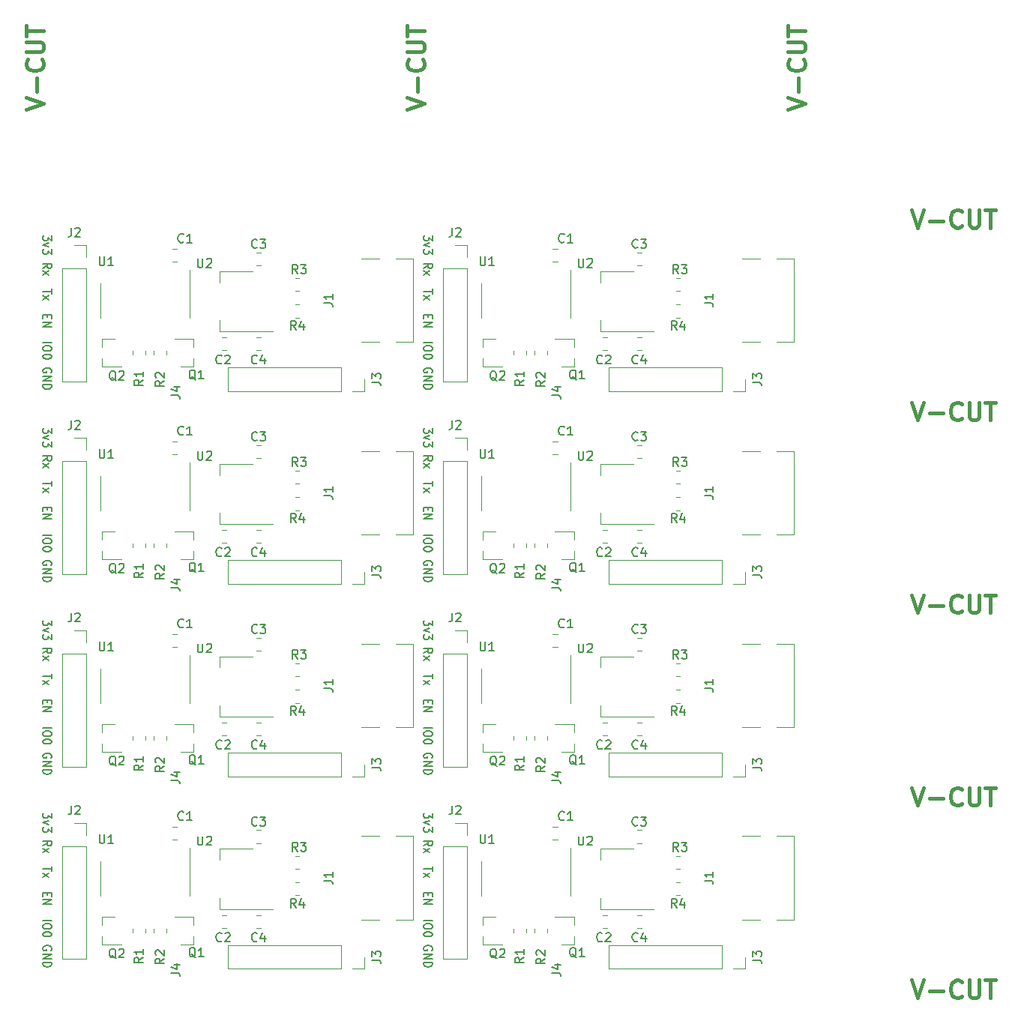
<source format=gbr>
G04 #@! TF.GenerationSoftware,KiCad,Pcbnew,5.1.7-a382d34a8~88~ubuntu20.04.1*
G04 #@! TF.CreationDate,2020-12-13T09:41:47+11:00*
G04 #@! TF.ProjectId,esp32-prog-panel,65737033-322d-4707-926f-672d70616e65,rev?*
G04 #@! TF.SameCoordinates,Original*
G04 #@! TF.FileFunction,Legend,Top*
G04 #@! TF.FilePolarity,Positive*
%FSLAX46Y46*%
G04 Gerber Fmt 4.6, Leading zero omitted, Abs format (unit mm)*
G04 Created by KiCad (PCBNEW 5.1.7-a382d34a8~88~ubuntu20.04.1) date 2020-12-13 09:41:47*
%MOMM*%
%LPD*%
G01*
G04 APERTURE LIST*
%ADD10C,0.400000*%
%ADD11C,0.152400*%
%ADD12C,0.120000*%
%ADD13C,0.150000*%
G04 APERTURE END LIST*
D10*
X48904761Y-37549547D02*
X50904761Y-36882881D01*
X48904761Y-36216214D01*
X50142857Y-35549547D02*
X50142857Y-34025738D01*
X50714285Y-31930500D02*
X50809523Y-32025738D01*
X50904761Y-32311452D01*
X50904761Y-32501928D01*
X50809523Y-32787643D01*
X50619047Y-32978119D01*
X50428571Y-33073357D01*
X50047619Y-33168595D01*
X49761904Y-33168595D01*
X49380952Y-33073357D01*
X49190476Y-32978119D01*
X49000000Y-32787643D01*
X48904761Y-32501928D01*
X48904761Y-32311452D01*
X49000000Y-32025738D01*
X49095238Y-31930500D01*
X48904761Y-31073357D02*
X50523809Y-31073357D01*
X50714285Y-30978119D01*
X50809523Y-30882881D01*
X50904761Y-30692404D01*
X50904761Y-30311452D01*
X50809523Y-30120976D01*
X50714285Y-30025738D01*
X50523809Y-29930500D01*
X48904761Y-29930500D01*
X48904761Y-29263833D02*
X48904761Y-28120976D01*
X50904761Y-28692404D02*
X48904761Y-28692404D01*
X134904761Y-37549547D02*
X136904761Y-36882881D01*
X134904761Y-36216214D01*
X136142857Y-35549547D02*
X136142857Y-34025738D01*
X136714285Y-31930500D02*
X136809523Y-32025738D01*
X136904761Y-32311452D01*
X136904761Y-32501928D01*
X136809523Y-32787643D01*
X136619047Y-32978119D01*
X136428571Y-33073357D01*
X136047619Y-33168595D01*
X135761904Y-33168595D01*
X135380952Y-33073357D01*
X135190476Y-32978119D01*
X135000000Y-32787643D01*
X134904761Y-32501928D01*
X134904761Y-32311452D01*
X135000000Y-32025738D01*
X135095238Y-31930500D01*
X134904761Y-31073357D02*
X136523809Y-31073357D01*
X136714285Y-30978119D01*
X136809523Y-30882881D01*
X136904761Y-30692404D01*
X136904761Y-30311452D01*
X136809523Y-30120976D01*
X136714285Y-30025738D01*
X136523809Y-29930500D01*
X134904761Y-29930500D01*
X134904761Y-29263833D02*
X134904761Y-28120976D01*
X136904761Y-28692404D02*
X134904761Y-28692404D01*
X91904761Y-37549547D02*
X93904761Y-36882881D01*
X91904761Y-36216214D01*
X93142857Y-35549547D02*
X93142857Y-34025738D01*
X93714285Y-31930500D02*
X93809523Y-32025738D01*
X93904761Y-32311452D01*
X93904761Y-32501928D01*
X93809523Y-32787643D01*
X93619047Y-32978119D01*
X93428571Y-33073357D01*
X93047619Y-33168595D01*
X92761904Y-33168595D01*
X92380952Y-33073357D01*
X92190476Y-32978119D01*
X92000000Y-32787643D01*
X91904761Y-32501928D01*
X91904761Y-32311452D01*
X92000000Y-32025738D01*
X92095238Y-31930500D01*
X91904761Y-31073357D02*
X93523809Y-31073357D01*
X93714285Y-30978119D01*
X93809523Y-30882881D01*
X93904761Y-30692404D01*
X93904761Y-30311452D01*
X93809523Y-30120976D01*
X93714285Y-30025738D01*
X93523809Y-29930500D01*
X91904761Y-29930500D01*
X91904761Y-29263833D02*
X91904761Y-28120976D01*
X93904761Y-28692404D02*
X91904761Y-28692404D01*
X148950488Y-114154761D02*
X149617154Y-116154761D01*
X150283821Y-114154761D01*
X150950488Y-115392857D02*
X152474297Y-115392857D01*
X154569535Y-115964285D02*
X154474297Y-116059523D01*
X154188583Y-116154761D01*
X153998107Y-116154761D01*
X153712392Y-116059523D01*
X153521916Y-115869047D01*
X153426678Y-115678571D01*
X153331440Y-115297619D01*
X153331440Y-115011904D01*
X153426678Y-114630952D01*
X153521916Y-114440476D01*
X153712392Y-114250000D01*
X153998107Y-114154761D01*
X154188583Y-114154761D01*
X154474297Y-114250000D01*
X154569535Y-114345238D01*
X155426678Y-114154761D02*
X155426678Y-115773809D01*
X155521916Y-115964285D01*
X155617154Y-116059523D01*
X155807631Y-116154761D01*
X156188583Y-116154761D01*
X156379059Y-116059523D01*
X156474297Y-115964285D01*
X156569535Y-115773809D01*
X156569535Y-114154761D01*
X157236202Y-114154761D02*
X158379059Y-114154761D01*
X157807631Y-116154761D02*
X157807631Y-114154761D01*
X148950488Y-70654761D02*
X149617154Y-72654761D01*
X150283821Y-70654761D01*
X150950488Y-71892857D02*
X152474297Y-71892857D01*
X154569535Y-72464285D02*
X154474297Y-72559523D01*
X154188583Y-72654761D01*
X153998107Y-72654761D01*
X153712392Y-72559523D01*
X153521916Y-72369047D01*
X153426678Y-72178571D01*
X153331440Y-71797619D01*
X153331440Y-71511904D01*
X153426678Y-71130952D01*
X153521916Y-70940476D01*
X153712392Y-70750000D01*
X153998107Y-70654761D01*
X154188583Y-70654761D01*
X154474297Y-70750000D01*
X154569535Y-70845238D01*
X155426678Y-70654761D02*
X155426678Y-72273809D01*
X155521916Y-72464285D01*
X155617154Y-72559523D01*
X155807631Y-72654761D01*
X156188583Y-72654761D01*
X156379059Y-72559523D01*
X156474297Y-72464285D01*
X156569535Y-72273809D01*
X156569535Y-70654761D01*
X157236202Y-70654761D02*
X158379059Y-70654761D01*
X157807631Y-72654761D02*
X157807631Y-70654761D01*
X148950488Y-135904761D02*
X149617154Y-137904761D01*
X150283821Y-135904761D01*
X150950488Y-137142857D02*
X152474297Y-137142857D01*
X154569535Y-137714285D02*
X154474297Y-137809523D01*
X154188583Y-137904761D01*
X153998107Y-137904761D01*
X153712392Y-137809523D01*
X153521916Y-137619047D01*
X153426678Y-137428571D01*
X153331440Y-137047619D01*
X153331440Y-136761904D01*
X153426678Y-136380952D01*
X153521916Y-136190476D01*
X153712392Y-136000000D01*
X153998107Y-135904761D01*
X154188583Y-135904761D01*
X154474297Y-136000000D01*
X154569535Y-136095238D01*
X155426678Y-135904761D02*
X155426678Y-137523809D01*
X155521916Y-137714285D01*
X155617154Y-137809523D01*
X155807631Y-137904761D01*
X156188583Y-137904761D01*
X156379059Y-137809523D01*
X156474297Y-137714285D01*
X156569535Y-137523809D01*
X156569535Y-135904761D01*
X157236202Y-135904761D02*
X158379059Y-135904761D01*
X157807631Y-137904761D02*
X157807631Y-135904761D01*
X148950488Y-48904761D02*
X149617154Y-50904761D01*
X150283821Y-48904761D01*
X150950488Y-50142857D02*
X152474297Y-50142857D01*
X154569535Y-50714285D02*
X154474297Y-50809523D01*
X154188583Y-50904761D01*
X153998107Y-50904761D01*
X153712392Y-50809523D01*
X153521916Y-50619047D01*
X153426678Y-50428571D01*
X153331440Y-50047619D01*
X153331440Y-49761904D01*
X153426678Y-49380952D01*
X153521916Y-49190476D01*
X153712392Y-49000000D01*
X153998107Y-48904761D01*
X154188583Y-48904761D01*
X154474297Y-49000000D01*
X154569535Y-49095238D01*
X155426678Y-48904761D02*
X155426678Y-50523809D01*
X155521916Y-50714285D01*
X155617154Y-50809523D01*
X155807631Y-50904761D01*
X156188583Y-50904761D01*
X156379059Y-50809523D01*
X156474297Y-50714285D01*
X156569535Y-50523809D01*
X156569535Y-48904761D01*
X157236202Y-48904761D02*
X158379059Y-48904761D01*
X157807631Y-50904761D02*
X157807631Y-48904761D01*
X148950488Y-92404761D02*
X149617154Y-94404761D01*
X150283821Y-92404761D01*
X150950488Y-93642857D02*
X152474297Y-93642857D01*
X154569535Y-94214285D02*
X154474297Y-94309523D01*
X154188583Y-94404761D01*
X153998107Y-94404761D01*
X153712392Y-94309523D01*
X153521916Y-94119047D01*
X153426678Y-93928571D01*
X153331440Y-93547619D01*
X153331440Y-93261904D01*
X153426678Y-92880952D01*
X153521916Y-92690476D01*
X153712392Y-92500000D01*
X153998107Y-92404761D01*
X154188583Y-92404761D01*
X154474297Y-92500000D01*
X154569535Y-92595238D01*
X155426678Y-92404761D02*
X155426678Y-94023809D01*
X155521916Y-94214285D01*
X155617154Y-94309523D01*
X155807631Y-94404761D01*
X156188583Y-94404761D01*
X156379059Y-94309523D01*
X156474297Y-94214285D01*
X156569535Y-94023809D01*
X156569535Y-92404761D01*
X157236202Y-92404761D02*
X158379059Y-92404761D01*
X157807631Y-94404761D02*
X157807631Y-92404761D01*
D11*
X94797632Y-117050037D02*
X94797632Y-117607179D01*
X94416679Y-117307179D01*
X94416679Y-117435751D01*
X94369060Y-117521465D01*
X94321441Y-117564322D01*
X94226203Y-117607179D01*
X93988108Y-117607179D01*
X93892870Y-117564322D01*
X93845251Y-117521465D01*
X93797632Y-117435751D01*
X93797632Y-117178608D01*
X93845251Y-117092894D01*
X93892870Y-117050037D01*
X94464298Y-117907179D02*
X93797632Y-118121465D01*
X94464298Y-118335751D01*
X94797632Y-118592894D02*
X94797632Y-119150037D01*
X94416679Y-118850037D01*
X94416679Y-118978608D01*
X94369060Y-119064322D01*
X94321441Y-119107179D01*
X94226203Y-119150037D01*
X93988108Y-119150037D01*
X93892870Y-119107179D01*
X93845251Y-119064322D01*
X93797632Y-118978608D01*
X93797632Y-118721465D01*
X93845251Y-118635751D01*
X93892870Y-118592894D01*
X93797632Y-120735751D02*
X94273822Y-120435751D01*
X93797632Y-120221465D02*
X94797632Y-120221465D01*
X94797632Y-120564322D01*
X94750013Y-120650037D01*
X94702393Y-120692894D01*
X94607155Y-120735751D01*
X94464298Y-120735751D01*
X94369060Y-120692894D01*
X94321441Y-120650037D01*
X94273822Y-120564322D01*
X94273822Y-120221465D01*
X93797632Y-121035751D02*
X94464298Y-121507179D01*
X94464298Y-121035751D02*
X93797632Y-121507179D01*
X94797632Y-123092894D02*
X94797632Y-123607179D01*
X93797632Y-123350037D02*
X94797632Y-123350037D01*
X93797632Y-123821465D02*
X94464298Y-124292894D01*
X94464298Y-123821465D02*
X93797632Y-124292894D01*
X94321441Y-126007179D02*
X94321441Y-126307179D01*
X93797632Y-126435751D02*
X93797632Y-126007179D01*
X94797632Y-126007179D01*
X94797632Y-126435751D01*
X93797632Y-126821465D02*
X94797632Y-126821465D01*
X93797632Y-127335751D01*
X94797632Y-127335751D01*
X93797632Y-129135751D02*
X94797632Y-129135751D01*
X94797632Y-129735751D02*
X94797632Y-129907179D01*
X94750013Y-129992894D01*
X94654774Y-130078608D01*
X94464298Y-130121465D01*
X94130965Y-130121465D01*
X93940489Y-130078608D01*
X93845251Y-129992894D01*
X93797632Y-129907179D01*
X93797632Y-129735751D01*
X93845251Y-129650037D01*
X93940489Y-129564322D01*
X94130965Y-129521465D01*
X94464298Y-129521465D01*
X94654774Y-129564322D01*
X94750013Y-129650037D01*
X94797632Y-129735751D01*
X94797632Y-130678608D02*
X94797632Y-130764322D01*
X94750013Y-130850037D01*
X94702393Y-130892894D01*
X94607155Y-130935751D01*
X94416679Y-130978608D01*
X94178584Y-130978608D01*
X93988108Y-130935751D01*
X93892870Y-130892894D01*
X93845251Y-130850037D01*
X93797632Y-130764322D01*
X93797632Y-130678608D01*
X93845251Y-130592894D01*
X93892870Y-130550037D01*
X93988108Y-130507179D01*
X94178584Y-130464322D01*
X94416679Y-130464322D01*
X94607155Y-130507179D01*
X94702393Y-130550037D01*
X94750013Y-130592894D01*
X94797632Y-130678608D01*
X94750013Y-132521465D02*
X94797632Y-132435751D01*
X94797632Y-132307179D01*
X94750013Y-132178608D01*
X94654774Y-132092894D01*
X94559536Y-132050037D01*
X94369060Y-132007179D01*
X94226203Y-132007179D01*
X94035727Y-132050037D01*
X93940489Y-132092894D01*
X93845251Y-132178608D01*
X93797632Y-132307179D01*
X93797632Y-132392894D01*
X93845251Y-132521465D01*
X93892870Y-132564322D01*
X94226203Y-132564322D01*
X94226203Y-132392894D01*
X93797632Y-132950037D02*
X94797632Y-132950037D01*
X93797632Y-133464322D01*
X94797632Y-133464322D01*
X93797632Y-133892894D02*
X94797632Y-133892894D01*
X94797632Y-134107179D01*
X94750013Y-134235751D01*
X94654774Y-134321465D01*
X94559536Y-134364322D01*
X94369060Y-134407179D01*
X94226203Y-134407179D01*
X94035727Y-134364322D01*
X93940489Y-134321465D01*
X93845251Y-134235751D01*
X93797632Y-134107179D01*
X93797632Y-133892894D01*
X51797620Y-117050037D02*
X51797620Y-117607179D01*
X51416667Y-117307179D01*
X51416667Y-117435751D01*
X51369048Y-117521465D01*
X51321429Y-117564322D01*
X51226191Y-117607179D01*
X50988096Y-117607179D01*
X50892858Y-117564322D01*
X50845239Y-117521465D01*
X50797620Y-117435751D01*
X50797620Y-117178608D01*
X50845239Y-117092894D01*
X50892858Y-117050037D01*
X51464286Y-117907179D02*
X50797620Y-118121465D01*
X51464286Y-118335751D01*
X51797620Y-118592894D02*
X51797620Y-119150037D01*
X51416667Y-118850037D01*
X51416667Y-118978608D01*
X51369048Y-119064322D01*
X51321429Y-119107179D01*
X51226191Y-119150037D01*
X50988096Y-119150037D01*
X50892858Y-119107179D01*
X50845239Y-119064322D01*
X50797620Y-118978608D01*
X50797620Y-118721465D01*
X50845239Y-118635751D01*
X50892858Y-118592894D01*
X50797620Y-120735751D02*
X51273810Y-120435751D01*
X50797620Y-120221465D02*
X51797620Y-120221465D01*
X51797620Y-120564322D01*
X51750001Y-120650037D01*
X51702381Y-120692894D01*
X51607143Y-120735751D01*
X51464286Y-120735751D01*
X51369048Y-120692894D01*
X51321429Y-120650037D01*
X51273810Y-120564322D01*
X51273810Y-120221465D01*
X50797620Y-121035751D02*
X51464286Y-121507179D01*
X51464286Y-121035751D02*
X50797620Y-121507179D01*
X51797620Y-123092894D02*
X51797620Y-123607179D01*
X50797620Y-123350037D02*
X51797620Y-123350037D01*
X50797620Y-123821465D02*
X51464286Y-124292894D01*
X51464286Y-123821465D02*
X50797620Y-124292894D01*
X51321429Y-126007179D02*
X51321429Y-126307179D01*
X50797620Y-126435751D02*
X50797620Y-126007179D01*
X51797620Y-126007179D01*
X51797620Y-126435751D01*
X50797620Y-126821465D02*
X51797620Y-126821465D01*
X50797620Y-127335751D01*
X51797620Y-127335751D01*
X50797620Y-129135751D02*
X51797620Y-129135751D01*
X51797620Y-129735751D02*
X51797620Y-129907179D01*
X51750001Y-129992894D01*
X51654762Y-130078608D01*
X51464286Y-130121465D01*
X51130953Y-130121465D01*
X50940477Y-130078608D01*
X50845239Y-129992894D01*
X50797620Y-129907179D01*
X50797620Y-129735751D01*
X50845239Y-129650037D01*
X50940477Y-129564322D01*
X51130953Y-129521465D01*
X51464286Y-129521465D01*
X51654762Y-129564322D01*
X51750001Y-129650037D01*
X51797620Y-129735751D01*
X51797620Y-130678608D02*
X51797620Y-130764322D01*
X51750001Y-130850037D01*
X51702381Y-130892894D01*
X51607143Y-130935751D01*
X51416667Y-130978608D01*
X51178572Y-130978608D01*
X50988096Y-130935751D01*
X50892858Y-130892894D01*
X50845239Y-130850037D01*
X50797620Y-130764322D01*
X50797620Y-130678608D01*
X50845239Y-130592894D01*
X50892858Y-130550037D01*
X50988096Y-130507179D01*
X51178572Y-130464322D01*
X51416667Y-130464322D01*
X51607143Y-130507179D01*
X51702381Y-130550037D01*
X51750001Y-130592894D01*
X51797620Y-130678608D01*
X51750001Y-132521465D02*
X51797620Y-132435751D01*
X51797620Y-132307179D01*
X51750001Y-132178608D01*
X51654762Y-132092894D01*
X51559524Y-132050037D01*
X51369048Y-132007179D01*
X51226191Y-132007179D01*
X51035715Y-132050037D01*
X50940477Y-132092894D01*
X50845239Y-132178608D01*
X50797620Y-132307179D01*
X50797620Y-132392894D01*
X50845239Y-132521465D01*
X50892858Y-132564322D01*
X51226191Y-132564322D01*
X51226191Y-132392894D01*
X50797620Y-132950037D02*
X51797620Y-132950037D01*
X50797620Y-133464322D01*
X51797620Y-133464322D01*
X50797620Y-133892894D02*
X51797620Y-133892894D01*
X51797620Y-134107179D01*
X51750001Y-134235751D01*
X51654762Y-134321465D01*
X51559524Y-134364322D01*
X51369048Y-134407179D01*
X51226191Y-134407179D01*
X51035715Y-134364322D01*
X50940477Y-134321465D01*
X50845239Y-134235751D01*
X50797620Y-134107179D01*
X50797620Y-133892894D01*
X94797632Y-95300025D02*
X94797632Y-95857167D01*
X94416679Y-95557167D01*
X94416679Y-95685739D01*
X94369060Y-95771453D01*
X94321441Y-95814310D01*
X94226203Y-95857167D01*
X93988108Y-95857167D01*
X93892870Y-95814310D01*
X93845251Y-95771453D01*
X93797632Y-95685739D01*
X93797632Y-95428596D01*
X93845251Y-95342882D01*
X93892870Y-95300025D01*
X94464298Y-96157167D02*
X93797632Y-96371453D01*
X94464298Y-96585739D01*
X94797632Y-96842882D02*
X94797632Y-97400025D01*
X94416679Y-97100025D01*
X94416679Y-97228596D01*
X94369060Y-97314310D01*
X94321441Y-97357167D01*
X94226203Y-97400025D01*
X93988108Y-97400025D01*
X93892870Y-97357167D01*
X93845251Y-97314310D01*
X93797632Y-97228596D01*
X93797632Y-96971453D01*
X93845251Y-96885739D01*
X93892870Y-96842882D01*
X93797632Y-98985739D02*
X94273822Y-98685739D01*
X93797632Y-98471453D02*
X94797632Y-98471453D01*
X94797632Y-98814310D01*
X94750013Y-98900025D01*
X94702393Y-98942882D01*
X94607155Y-98985739D01*
X94464298Y-98985739D01*
X94369060Y-98942882D01*
X94321441Y-98900025D01*
X94273822Y-98814310D01*
X94273822Y-98471453D01*
X93797632Y-99285739D02*
X94464298Y-99757167D01*
X94464298Y-99285739D02*
X93797632Y-99757167D01*
X94797632Y-101342882D02*
X94797632Y-101857167D01*
X93797632Y-101600025D02*
X94797632Y-101600025D01*
X93797632Y-102071453D02*
X94464298Y-102542882D01*
X94464298Y-102071453D02*
X93797632Y-102542882D01*
X94321441Y-104257167D02*
X94321441Y-104557167D01*
X93797632Y-104685739D02*
X93797632Y-104257167D01*
X94797632Y-104257167D01*
X94797632Y-104685739D01*
X93797632Y-105071453D02*
X94797632Y-105071453D01*
X93797632Y-105585739D01*
X94797632Y-105585739D01*
X93797632Y-107385739D02*
X94797632Y-107385739D01*
X94797632Y-107985739D02*
X94797632Y-108157167D01*
X94750013Y-108242882D01*
X94654774Y-108328596D01*
X94464298Y-108371453D01*
X94130965Y-108371453D01*
X93940489Y-108328596D01*
X93845251Y-108242882D01*
X93797632Y-108157167D01*
X93797632Y-107985739D01*
X93845251Y-107900025D01*
X93940489Y-107814310D01*
X94130965Y-107771453D01*
X94464298Y-107771453D01*
X94654774Y-107814310D01*
X94750013Y-107900025D01*
X94797632Y-107985739D01*
X94797632Y-108928596D02*
X94797632Y-109014310D01*
X94750013Y-109100025D01*
X94702393Y-109142882D01*
X94607155Y-109185739D01*
X94416679Y-109228596D01*
X94178584Y-109228596D01*
X93988108Y-109185739D01*
X93892870Y-109142882D01*
X93845251Y-109100025D01*
X93797632Y-109014310D01*
X93797632Y-108928596D01*
X93845251Y-108842882D01*
X93892870Y-108800025D01*
X93988108Y-108757167D01*
X94178584Y-108714310D01*
X94416679Y-108714310D01*
X94607155Y-108757167D01*
X94702393Y-108800025D01*
X94750013Y-108842882D01*
X94797632Y-108928596D01*
X94750013Y-110771453D02*
X94797632Y-110685739D01*
X94797632Y-110557167D01*
X94750013Y-110428596D01*
X94654774Y-110342882D01*
X94559536Y-110300025D01*
X94369060Y-110257167D01*
X94226203Y-110257167D01*
X94035727Y-110300025D01*
X93940489Y-110342882D01*
X93845251Y-110428596D01*
X93797632Y-110557167D01*
X93797632Y-110642882D01*
X93845251Y-110771453D01*
X93892870Y-110814310D01*
X94226203Y-110814310D01*
X94226203Y-110642882D01*
X93797632Y-111200025D02*
X94797632Y-111200025D01*
X93797632Y-111714310D01*
X94797632Y-111714310D01*
X93797632Y-112142882D02*
X94797632Y-112142882D01*
X94797632Y-112357167D01*
X94750013Y-112485739D01*
X94654774Y-112571453D01*
X94559536Y-112614310D01*
X94369060Y-112657167D01*
X94226203Y-112657167D01*
X94035727Y-112614310D01*
X93940489Y-112571453D01*
X93845251Y-112485739D01*
X93797632Y-112357167D01*
X93797632Y-112142882D01*
X51797620Y-95300025D02*
X51797620Y-95857167D01*
X51416667Y-95557167D01*
X51416667Y-95685739D01*
X51369048Y-95771453D01*
X51321429Y-95814310D01*
X51226191Y-95857167D01*
X50988096Y-95857167D01*
X50892858Y-95814310D01*
X50845239Y-95771453D01*
X50797620Y-95685739D01*
X50797620Y-95428596D01*
X50845239Y-95342882D01*
X50892858Y-95300025D01*
X51464286Y-96157167D02*
X50797620Y-96371453D01*
X51464286Y-96585739D01*
X51797620Y-96842882D02*
X51797620Y-97400025D01*
X51416667Y-97100025D01*
X51416667Y-97228596D01*
X51369048Y-97314310D01*
X51321429Y-97357167D01*
X51226191Y-97400025D01*
X50988096Y-97400025D01*
X50892858Y-97357167D01*
X50845239Y-97314310D01*
X50797620Y-97228596D01*
X50797620Y-96971453D01*
X50845239Y-96885739D01*
X50892858Y-96842882D01*
X50797620Y-98985739D02*
X51273810Y-98685739D01*
X50797620Y-98471453D02*
X51797620Y-98471453D01*
X51797620Y-98814310D01*
X51750001Y-98900025D01*
X51702381Y-98942882D01*
X51607143Y-98985739D01*
X51464286Y-98985739D01*
X51369048Y-98942882D01*
X51321429Y-98900025D01*
X51273810Y-98814310D01*
X51273810Y-98471453D01*
X50797620Y-99285739D02*
X51464286Y-99757167D01*
X51464286Y-99285739D02*
X50797620Y-99757167D01*
X51797620Y-101342882D02*
X51797620Y-101857167D01*
X50797620Y-101600025D02*
X51797620Y-101600025D01*
X50797620Y-102071453D02*
X51464286Y-102542882D01*
X51464286Y-102071453D02*
X50797620Y-102542882D01*
X51321429Y-104257167D02*
X51321429Y-104557167D01*
X50797620Y-104685739D02*
X50797620Y-104257167D01*
X51797620Y-104257167D01*
X51797620Y-104685739D01*
X50797620Y-105071453D02*
X51797620Y-105071453D01*
X50797620Y-105585739D01*
X51797620Y-105585739D01*
X50797620Y-107385739D02*
X51797620Y-107385739D01*
X51797620Y-107985739D02*
X51797620Y-108157167D01*
X51750001Y-108242882D01*
X51654762Y-108328596D01*
X51464286Y-108371453D01*
X51130953Y-108371453D01*
X50940477Y-108328596D01*
X50845239Y-108242882D01*
X50797620Y-108157167D01*
X50797620Y-107985739D01*
X50845239Y-107900025D01*
X50940477Y-107814310D01*
X51130953Y-107771453D01*
X51464286Y-107771453D01*
X51654762Y-107814310D01*
X51750001Y-107900025D01*
X51797620Y-107985739D01*
X51797620Y-108928596D02*
X51797620Y-109014310D01*
X51750001Y-109100025D01*
X51702381Y-109142882D01*
X51607143Y-109185739D01*
X51416667Y-109228596D01*
X51178572Y-109228596D01*
X50988096Y-109185739D01*
X50892858Y-109142882D01*
X50845239Y-109100025D01*
X50797620Y-109014310D01*
X50797620Y-108928596D01*
X50845239Y-108842882D01*
X50892858Y-108800025D01*
X50988096Y-108757167D01*
X51178572Y-108714310D01*
X51416667Y-108714310D01*
X51607143Y-108757167D01*
X51702381Y-108800025D01*
X51750001Y-108842882D01*
X51797620Y-108928596D01*
X51750001Y-110771453D02*
X51797620Y-110685739D01*
X51797620Y-110557167D01*
X51750001Y-110428596D01*
X51654762Y-110342882D01*
X51559524Y-110300025D01*
X51369048Y-110257167D01*
X51226191Y-110257167D01*
X51035715Y-110300025D01*
X50940477Y-110342882D01*
X50845239Y-110428596D01*
X50797620Y-110557167D01*
X50797620Y-110642882D01*
X50845239Y-110771453D01*
X50892858Y-110814310D01*
X51226191Y-110814310D01*
X51226191Y-110642882D01*
X50797620Y-111200025D02*
X51797620Y-111200025D01*
X50797620Y-111714310D01*
X51797620Y-111714310D01*
X50797620Y-112142882D02*
X51797620Y-112142882D01*
X51797620Y-112357167D01*
X51750001Y-112485739D01*
X51654762Y-112571453D01*
X51559524Y-112614310D01*
X51369048Y-112657167D01*
X51226191Y-112657167D01*
X51035715Y-112614310D01*
X50940477Y-112571453D01*
X50845239Y-112485739D01*
X50797620Y-112357167D01*
X50797620Y-112142882D01*
X94797632Y-73550013D02*
X94797632Y-74107155D01*
X94416679Y-73807155D01*
X94416679Y-73935727D01*
X94369060Y-74021441D01*
X94321441Y-74064298D01*
X94226203Y-74107155D01*
X93988108Y-74107155D01*
X93892870Y-74064298D01*
X93845251Y-74021441D01*
X93797632Y-73935727D01*
X93797632Y-73678584D01*
X93845251Y-73592870D01*
X93892870Y-73550013D01*
X94464298Y-74407155D02*
X93797632Y-74621441D01*
X94464298Y-74835727D01*
X94797632Y-75092870D02*
X94797632Y-75650013D01*
X94416679Y-75350013D01*
X94416679Y-75478584D01*
X94369060Y-75564298D01*
X94321441Y-75607155D01*
X94226203Y-75650013D01*
X93988108Y-75650013D01*
X93892870Y-75607155D01*
X93845251Y-75564298D01*
X93797632Y-75478584D01*
X93797632Y-75221441D01*
X93845251Y-75135727D01*
X93892870Y-75092870D01*
X93797632Y-77235727D02*
X94273822Y-76935727D01*
X93797632Y-76721441D02*
X94797632Y-76721441D01*
X94797632Y-77064298D01*
X94750013Y-77150013D01*
X94702393Y-77192870D01*
X94607155Y-77235727D01*
X94464298Y-77235727D01*
X94369060Y-77192870D01*
X94321441Y-77150013D01*
X94273822Y-77064298D01*
X94273822Y-76721441D01*
X93797632Y-77535727D02*
X94464298Y-78007155D01*
X94464298Y-77535727D02*
X93797632Y-78007155D01*
X94797632Y-79592870D02*
X94797632Y-80107155D01*
X93797632Y-79850013D02*
X94797632Y-79850013D01*
X93797632Y-80321441D02*
X94464298Y-80792870D01*
X94464298Y-80321441D02*
X93797632Y-80792870D01*
X94321441Y-82507155D02*
X94321441Y-82807155D01*
X93797632Y-82935727D02*
X93797632Y-82507155D01*
X94797632Y-82507155D01*
X94797632Y-82935727D01*
X93797632Y-83321441D02*
X94797632Y-83321441D01*
X93797632Y-83835727D01*
X94797632Y-83835727D01*
X93797632Y-85635727D02*
X94797632Y-85635727D01*
X94797632Y-86235727D02*
X94797632Y-86407155D01*
X94750013Y-86492870D01*
X94654774Y-86578584D01*
X94464298Y-86621441D01*
X94130965Y-86621441D01*
X93940489Y-86578584D01*
X93845251Y-86492870D01*
X93797632Y-86407155D01*
X93797632Y-86235727D01*
X93845251Y-86150013D01*
X93940489Y-86064298D01*
X94130965Y-86021441D01*
X94464298Y-86021441D01*
X94654774Y-86064298D01*
X94750013Y-86150013D01*
X94797632Y-86235727D01*
X94797632Y-87178584D02*
X94797632Y-87264298D01*
X94750013Y-87350013D01*
X94702393Y-87392870D01*
X94607155Y-87435727D01*
X94416679Y-87478584D01*
X94178584Y-87478584D01*
X93988108Y-87435727D01*
X93892870Y-87392870D01*
X93845251Y-87350013D01*
X93797632Y-87264298D01*
X93797632Y-87178584D01*
X93845251Y-87092870D01*
X93892870Y-87050013D01*
X93988108Y-87007155D01*
X94178584Y-86964298D01*
X94416679Y-86964298D01*
X94607155Y-87007155D01*
X94702393Y-87050013D01*
X94750013Y-87092870D01*
X94797632Y-87178584D01*
X94750013Y-89021441D02*
X94797632Y-88935727D01*
X94797632Y-88807155D01*
X94750013Y-88678584D01*
X94654774Y-88592870D01*
X94559536Y-88550013D01*
X94369060Y-88507155D01*
X94226203Y-88507155D01*
X94035727Y-88550013D01*
X93940489Y-88592870D01*
X93845251Y-88678584D01*
X93797632Y-88807155D01*
X93797632Y-88892870D01*
X93845251Y-89021441D01*
X93892870Y-89064298D01*
X94226203Y-89064298D01*
X94226203Y-88892870D01*
X93797632Y-89450013D02*
X94797632Y-89450013D01*
X93797632Y-89964298D01*
X94797632Y-89964298D01*
X93797632Y-90392870D02*
X94797632Y-90392870D01*
X94797632Y-90607155D01*
X94750013Y-90735727D01*
X94654774Y-90821441D01*
X94559536Y-90864298D01*
X94369060Y-90907155D01*
X94226203Y-90907155D01*
X94035727Y-90864298D01*
X93940489Y-90821441D01*
X93845251Y-90735727D01*
X93797632Y-90607155D01*
X93797632Y-90392870D01*
X51797620Y-73550013D02*
X51797620Y-74107155D01*
X51416667Y-73807155D01*
X51416667Y-73935727D01*
X51369048Y-74021441D01*
X51321429Y-74064298D01*
X51226191Y-74107155D01*
X50988096Y-74107155D01*
X50892858Y-74064298D01*
X50845239Y-74021441D01*
X50797620Y-73935727D01*
X50797620Y-73678584D01*
X50845239Y-73592870D01*
X50892858Y-73550013D01*
X51464286Y-74407155D02*
X50797620Y-74621441D01*
X51464286Y-74835727D01*
X51797620Y-75092870D02*
X51797620Y-75650013D01*
X51416667Y-75350013D01*
X51416667Y-75478584D01*
X51369048Y-75564298D01*
X51321429Y-75607155D01*
X51226191Y-75650013D01*
X50988096Y-75650013D01*
X50892858Y-75607155D01*
X50845239Y-75564298D01*
X50797620Y-75478584D01*
X50797620Y-75221441D01*
X50845239Y-75135727D01*
X50892858Y-75092870D01*
X50797620Y-77235727D02*
X51273810Y-76935727D01*
X50797620Y-76721441D02*
X51797620Y-76721441D01*
X51797620Y-77064298D01*
X51750001Y-77150013D01*
X51702381Y-77192870D01*
X51607143Y-77235727D01*
X51464286Y-77235727D01*
X51369048Y-77192870D01*
X51321429Y-77150013D01*
X51273810Y-77064298D01*
X51273810Y-76721441D01*
X50797620Y-77535727D02*
X51464286Y-78007155D01*
X51464286Y-77535727D02*
X50797620Y-78007155D01*
X51797620Y-79592870D02*
X51797620Y-80107155D01*
X50797620Y-79850013D02*
X51797620Y-79850013D01*
X50797620Y-80321441D02*
X51464286Y-80792870D01*
X51464286Y-80321441D02*
X50797620Y-80792870D01*
X51321429Y-82507155D02*
X51321429Y-82807155D01*
X50797620Y-82935727D02*
X50797620Y-82507155D01*
X51797620Y-82507155D01*
X51797620Y-82935727D01*
X50797620Y-83321441D02*
X51797620Y-83321441D01*
X50797620Y-83835727D01*
X51797620Y-83835727D01*
X50797620Y-85635727D02*
X51797620Y-85635727D01*
X51797620Y-86235727D02*
X51797620Y-86407155D01*
X51750001Y-86492870D01*
X51654762Y-86578584D01*
X51464286Y-86621441D01*
X51130953Y-86621441D01*
X50940477Y-86578584D01*
X50845239Y-86492870D01*
X50797620Y-86407155D01*
X50797620Y-86235727D01*
X50845239Y-86150013D01*
X50940477Y-86064298D01*
X51130953Y-86021441D01*
X51464286Y-86021441D01*
X51654762Y-86064298D01*
X51750001Y-86150013D01*
X51797620Y-86235727D01*
X51797620Y-87178584D02*
X51797620Y-87264298D01*
X51750001Y-87350013D01*
X51702381Y-87392870D01*
X51607143Y-87435727D01*
X51416667Y-87478584D01*
X51178572Y-87478584D01*
X50988096Y-87435727D01*
X50892858Y-87392870D01*
X50845239Y-87350013D01*
X50797620Y-87264298D01*
X50797620Y-87178584D01*
X50845239Y-87092870D01*
X50892858Y-87050013D01*
X50988096Y-87007155D01*
X51178572Y-86964298D01*
X51416667Y-86964298D01*
X51607143Y-87007155D01*
X51702381Y-87050013D01*
X51750001Y-87092870D01*
X51797620Y-87178584D01*
X51750001Y-89021441D02*
X51797620Y-88935727D01*
X51797620Y-88807155D01*
X51750001Y-88678584D01*
X51654762Y-88592870D01*
X51559524Y-88550013D01*
X51369048Y-88507155D01*
X51226191Y-88507155D01*
X51035715Y-88550013D01*
X50940477Y-88592870D01*
X50845239Y-88678584D01*
X50797620Y-88807155D01*
X50797620Y-88892870D01*
X50845239Y-89021441D01*
X50892858Y-89064298D01*
X51226191Y-89064298D01*
X51226191Y-88892870D01*
X50797620Y-89450013D02*
X51797620Y-89450013D01*
X50797620Y-89964298D01*
X51797620Y-89964298D01*
X50797620Y-90392870D02*
X51797620Y-90392870D01*
X51797620Y-90607155D01*
X51750001Y-90735727D01*
X51654762Y-90821441D01*
X51559524Y-90864298D01*
X51369048Y-90907155D01*
X51226191Y-90907155D01*
X51035715Y-90864298D01*
X50940477Y-90821441D01*
X50845239Y-90735727D01*
X50797620Y-90607155D01*
X50797620Y-90392870D01*
X94797632Y-51800001D02*
X94797632Y-52357143D01*
X94416679Y-52057143D01*
X94416679Y-52185715D01*
X94369060Y-52271429D01*
X94321441Y-52314286D01*
X94226203Y-52357143D01*
X93988108Y-52357143D01*
X93892870Y-52314286D01*
X93845251Y-52271429D01*
X93797632Y-52185715D01*
X93797632Y-51928572D01*
X93845251Y-51842858D01*
X93892870Y-51800001D01*
X94464298Y-52657143D02*
X93797632Y-52871429D01*
X94464298Y-53085715D01*
X94797632Y-53342858D02*
X94797632Y-53900001D01*
X94416679Y-53600001D01*
X94416679Y-53728572D01*
X94369060Y-53814286D01*
X94321441Y-53857143D01*
X94226203Y-53900001D01*
X93988108Y-53900001D01*
X93892870Y-53857143D01*
X93845251Y-53814286D01*
X93797632Y-53728572D01*
X93797632Y-53471429D01*
X93845251Y-53385715D01*
X93892870Y-53342858D01*
X93797632Y-55485715D02*
X94273822Y-55185715D01*
X93797632Y-54971429D02*
X94797632Y-54971429D01*
X94797632Y-55314286D01*
X94750013Y-55400001D01*
X94702393Y-55442858D01*
X94607155Y-55485715D01*
X94464298Y-55485715D01*
X94369060Y-55442858D01*
X94321441Y-55400001D01*
X94273822Y-55314286D01*
X94273822Y-54971429D01*
X93797632Y-55785715D02*
X94464298Y-56257143D01*
X94464298Y-55785715D02*
X93797632Y-56257143D01*
X94797632Y-57842858D02*
X94797632Y-58357143D01*
X93797632Y-58100001D02*
X94797632Y-58100001D01*
X93797632Y-58571429D02*
X94464298Y-59042858D01*
X94464298Y-58571429D02*
X93797632Y-59042858D01*
X94321441Y-60757143D02*
X94321441Y-61057143D01*
X93797632Y-61185715D02*
X93797632Y-60757143D01*
X94797632Y-60757143D01*
X94797632Y-61185715D01*
X93797632Y-61571429D02*
X94797632Y-61571429D01*
X93797632Y-62085715D01*
X94797632Y-62085715D01*
X93797632Y-63885715D02*
X94797632Y-63885715D01*
X94797632Y-64485715D02*
X94797632Y-64657143D01*
X94750013Y-64742858D01*
X94654774Y-64828572D01*
X94464298Y-64871429D01*
X94130965Y-64871429D01*
X93940489Y-64828572D01*
X93845251Y-64742858D01*
X93797632Y-64657143D01*
X93797632Y-64485715D01*
X93845251Y-64400001D01*
X93940489Y-64314286D01*
X94130965Y-64271429D01*
X94464298Y-64271429D01*
X94654774Y-64314286D01*
X94750013Y-64400001D01*
X94797632Y-64485715D01*
X94797632Y-65428572D02*
X94797632Y-65514286D01*
X94750013Y-65600001D01*
X94702393Y-65642858D01*
X94607155Y-65685715D01*
X94416679Y-65728572D01*
X94178584Y-65728572D01*
X93988108Y-65685715D01*
X93892870Y-65642858D01*
X93845251Y-65600001D01*
X93797632Y-65514286D01*
X93797632Y-65428572D01*
X93845251Y-65342858D01*
X93892870Y-65300001D01*
X93988108Y-65257143D01*
X94178584Y-65214286D01*
X94416679Y-65214286D01*
X94607155Y-65257143D01*
X94702393Y-65300001D01*
X94750013Y-65342858D01*
X94797632Y-65428572D01*
X94750013Y-67271429D02*
X94797632Y-67185715D01*
X94797632Y-67057143D01*
X94750013Y-66928572D01*
X94654774Y-66842858D01*
X94559536Y-66800001D01*
X94369060Y-66757143D01*
X94226203Y-66757143D01*
X94035727Y-66800001D01*
X93940489Y-66842858D01*
X93845251Y-66928572D01*
X93797632Y-67057143D01*
X93797632Y-67142858D01*
X93845251Y-67271429D01*
X93892870Y-67314286D01*
X94226203Y-67314286D01*
X94226203Y-67142858D01*
X93797632Y-67700001D02*
X94797632Y-67700001D01*
X93797632Y-68214286D01*
X94797632Y-68214286D01*
X93797632Y-68642858D02*
X94797632Y-68642858D01*
X94797632Y-68857143D01*
X94750013Y-68985715D01*
X94654774Y-69071429D01*
X94559536Y-69114286D01*
X94369060Y-69157143D01*
X94226203Y-69157143D01*
X94035727Y-69114286D01*
X93940489Y-69071429D01*
X93845251Y-68985715D01*
X93797632Y-68857143D01*
X93797632Y-68642858D01*
X51797620Y-51800000D02*
X51797620Y-52357143D01*
X51416667Y-52057143D01*
X51416667Y-52185715D01*
X51369048Y-52271429D01*
X51321429Y-52314286D01*
X51226191Y-52357143D01*
X50988096Y-52357143D01*
X50892858Y-52314286D01*
X50845239Y-52271429D01*
X50797620Y-52185715D01*
X50797620Y-51928572D01*
X50845239Y-51842858D01*
X50892858Y-51800000D01*
X51464286Y-52657143D02*
X50797620Y-52871429D01*
X51464286Y-53085715D01*
X51797620Y-53342858D02*
X51797620Y-53900000D01*
X51416667Y-53600000D01*
X51416667Y-53728572D01*
X51369048Y-53814286D01*
X51321429Y-53857143D01*
X51226191Y-53900000D01*
X50988096Y-53900000D01*
X50892858Y-53857143D01*
X50845239Y-53814286D01*
X50797620Y-53728572D01*
X50797620Y-53471429D01*
X50845239Y-53385715D01*
X50892858Y-53342858D01*
X50797620Y-55485715D02*
X51273810Y-55185715D01*
X50797620Y-54971429D02*
X51797620Y-54971429D01*
X51797620Y-55314286D01*
X51750001Y-55400000D01*
X51702381Y-55442858D01*
X51607143Y-55485715D01*
X51464286Y-55485715D01*
X51369048Y-55442858D01*
X51321429Y-55400000D01*
X51273810Y-55314286D01*
X51273810Y-54971429D01*
X50797620Y-55785715D02*
X51464286Y-56257143D01*
X51464286Y-55785715D02*
X50797620Y-56257143D01*
X51797620Y-57842858D02*
X51797620Y-58357143D01*
X50797620Y-58100000D02*
X51797620Y-58100000D01*
X50797620Y-58571429D02*
X51464286Y-59042858D01*
X51464286Y-58571429D02*
X50797620Y-59042858D01*
X51321429Y-60757143D02*
X51321429Y-61057143D01*
X50797620Y-61185715D02*
X50797620Y-60757143D01*
X51797620Y-60757143D01*
X51797620Y-61185715D01*
X50797620Y-61571429D02*
X51797620Y-61571429D01*
X50797620Y-62085715D01*
X51797620Y-62085715D01*
X50797620Y-63885715D02*
X51797620Y-63885715D01*
X51797620Y-64485715D02*
X51797620Y-64657143D01*
X51750001Y-64742858D01*
X51654762Y-64828572D01*
X51464286Y-64871429D01*
X51130953Y-64871429D01*
X50940477Y-64828572D01*
X50845239Y-64742858D01*
X50797620Y-64657143D01*
X50797620Y-64485715D01*
X50845239Y-64400001D01*
X50940477Y-64314286D01*
X51130953Y-64271429D01*
X51464286Y-64271429D01*
X51654762Y-64314286D01*
X51750001Y-64400001D01*
X51797620Y-64485715D01*
X51797620Y-65428572D02*
X51797620Y-65514286D01*
X51750001Y-65600000D01*
X51702381Y-65642858D01*
X51607143Y-65685715D01*
X51416667Y-65728572D01*
X51178572Y-65728572D01*
X50988096Y-65685715D01*
X50892858Y-65642858D01*
X50845239Y-65600000D01*
X50797620Y-65514286D01*
X50797620Y-65428572D01*
X50845239Y-65342858D01*
X50892858Y-65300000D01*
X50988096Y-65257143D01*
X51178572Y-65214286D01*
X51416667Y-65214286D01*
X51607143Y-65257143D01*
X51702381Y-65300000D01*
X51750001Y-65342858D01*
X51797620Y-65428572D01*
X51750001Y-67271429D02*
X51797620Y-67185715D01*
X51797620Y-67057143D01*
X51750001Y-66928572D01*
X51654762Y-66842858D01*
X51559524Y-66800000D01*
X51369048Y-66757143D01*
X51226191Y-66757143D01*
X51035715Y-66800000D01*
X50940477Y-66842858D01*
X50845239Y-66928572D01*
X50797620Y-67057143D01*
X50797620Y-67142858D01*
X50845239Y-67271429D01*
X50892858Y-67314286D01*
X51226191Y-67314286D01*
X51226191Y-67142858D01*
X50797620Y-67700001D02*
X51797620Y-67700001D01*
X50797620Y-68214286D01*
X51797620Y-68214286D01*
X50797620Y-68642858D02*
X51797620Y-68642858D01*
X51797620Y-68857143D01*
X51750001Y-68985715D01*
X51654762Y-69071429D01*
X51559524Y-69114286D01*
X51369048Y-69157143D01*
X51226191Y-69157143D01*
X51035715Y-69114286D01*
X50940477Y-69071429D01*
X50845239Y-68985715D01*
X50797620Y-68857143D01*
X50797620Y-68642858D01*
D12*
X108911265Y-118565037D02*
X108388761Y-118565037D01*
X108911265Y-120035037D02*
X108388761Y-120035037D01*
X113988761Y-130035037D02*
X114511265Y-130035037D01*
X113988761Y-128565037D02*
X114511265Y-128565037D01*
X117888761Y-120435037D02*
X118411265Y-120435037D01*
X117888761Y-118965037D02*
X118411265Y-118965037D01*
X117888761Y-130035037D02*
X118411265Y-130035037D01*
X117888761Y-128565037D02*
X118411265Y-128565037D01*
X135600013Y-129050037D02*
X135600013Y-119650037D01*
X129800013Y-119650037D02*
X131800013Y-119650037D01*
X133700013Y-119650037D02*
X135600013Y-119650037D01*
X129800013Y-129050037D02*
X131800013Y-129050037D01*
X133700013Y-129050037D02*
X135600013Y-129050037D01*
X97350013Y-118170037D02*
X98680013Y-118170037D01*
X98680013Y-118170037D02*
X98680013Y-119500037D01*
X98680013Y-120770037D02*
X98680013Y-133530037D01*
X96020013Y-133530037D02*
X98680013Y-133530037D01*
X96020013Y-120770037D02*
X96020013Y-133530037D01*
X96020013Y-120770037D02*
X98680013Y-120770037D01*
X130080013Y-133300037D02*
X130080013Y-134630037D01*
X130080013Y-134630037D02*
X128750013Y-134630037D01*
X127480013Y-134630037D02*
X114720013Y-134630037D01*
X114720013Y-131970037D02*
X114720013Y-134630037D01*
X127480013Y-131970037D02*
X114720013Y-131970037D01*
X127480013Y-131970037D02*
X127480013Y-134630037D01*
X105385013Y-130527101D02*
X105385013Y-130072973D01*
X103915013Y-130527101D02*
X103915013Y-130072973D01*
X106315013Y-130072973D02*
X106315013Y-130527101D01*
X107785013Y-130072973D02*
X107785013Y-130527101D01*
X122777077Y-121865037D02*
X122322949Y-121865037D01*
X122777077Y-123335037D02*
X122322949Y-123335037D01*
X122777077Y-124865037D02*
X122322949Y-124865037D01*
X122777077Y-126335037D02*
X122322949Y-126335037D01*
X119750013Y-127910037D02*
X113740013Y-127910037D01*
X117500013Y-121090037D02*
X113740013Y-121090037D01*
X113740013Y-127910037D02*
X113740013Y-126650037D01*
X113740013Y-121090037D02*
X113740013Y-122350037D01*
X110810013Y-131880037D02*
X110810013Y-130950037D01*
X110810013Y-128720037D02*
X110810013Y-129650037D01*
X110810013Y-128720037D02*
X108650013Y-128720037D01*
X110810013Y-131880037D02*
X109350013Y-131880037D01*
X100490013Y-128720037D02*
X100490013Y-129650037D01*
X100490013Y-131880037D02*
X100490013Y-130950037D01*
X100490013Y-131880037D02*
X102650013Y-131880037D01*
X100490013Y-128720037D02*
X101950013Y-128720037D01*
X110410013Y-124400037D02*
X110410013Y-120950037D01*
X110410013Y-124400037D02*
X110410013Y-126350037D01*
X100290013Y-124400037D02*
X100290013Y-122450037D01*
X100290013Y-124400037D02*
X100290013Y-126350037D01*
X65911253Y-118565037D02*
X65388749Y-118565037D01*
X65911253Y-120035037D02*
X65388749Y-120035037D01*
X70988749Y-130035037D02*
X71511253Y-130035037D01*
X70988749Y-128565037D02*
X71511253Y-128565037D01*
X74888749Y-120435037D02*
X75411253Y-120435037D01*
X74888749Y-118965037D02*
X75411253Y-118965037D01*
X74888749Y-130035037D02*
X75411253Y-130035037D01*
X74888749Y-128565037D02*
X75411253Y-128565037D01*
X92600001Y-129050037D02*
X92600001Y-119650037D01*
X86800001Y-119650037D02*
X88800001Y-119650037D01*
X90700001Y-119650037D02*
X92600001Y-119650037D01*
X86800001Y-129050037D02*
X88800001Y-129050037D01*
X90700001Y-129050037D02*
X92600001Y-129050037D01*
X54350001Y-118170037D02*
X55680001Y-118170037D01*
X55680001Y-118170037D02*
X55680001Y-119500037D01*
X55680001Y-120770037D02*
X55680001Y-133530037D01*
X53020001Y-133530037D02*
X55680001Y-133530037D01*
X53020001Y-120770037D02*
X53020001Y-133530037D01*
X53020001Y-120770037D02*
X55680001Y-120770037D01*
X87080001Y-133300037D02*
X87080001Y-134630037D01*
X87080001Y-134630037D02*
X85750001Y-134630037D01*
X84480001Y-134630037D02*
X71720001Y-134630037D01*
X71720001Y-131970037D02*
X71720001Y-134630037D01*
X84480001Y-131970037D02*
X71720001Y-131970037D01*
X84480001Y-131970037D02*
X84480001Y-134630037D01*
X62385001Y-130527101D02*
X62385001Y-130072973D01*
X60915001Y-130527101D02*
X60915001Y-130072973D01*
X63315001Y-130072973D02*
X63315001Y-130527101D01*
X64785001Y-130072973D02*
X64785001Y-130527101D01*
X79777065Y-121865037D02*
X79322937Y-121865037D01*
X79777065Y-123335037D02*
X79322937Y-123335037D01*
X79777065Y-124865037D02*
X79322937Y-124865037D01*
X79777065Y-126335037D02*
X79322937Y-126335037D01*
X76750001Y-127910037D02*
X70740001Y-127910037D01*
X74500001Y-121090037D02*
X70740001Y-121090037D01*
X70740001Y-127910037D02*
X70740001Y-126650037D01*
X70740001Y-121090037D02*
X70740001Y-122350037D01*
X67810001Y-131880037D02*
X67810001Y-130950037D01*
X67810001Y-128720037D02*
X67810001Y-129650037D01*
X67810001Y-128720037D02*
X65650001Y-128720037D01*
X67810001Y-131880037D02*
X66350001Y-131880037D01*
X57490001Y-128720037D02*
X57490001Y-129650037D01*
X57490001Y-131880037D02*
X57490001Y-130950037D01*
X57490001Y-131880037D02*
X59650001Y-131880037D01*
X57490001Y-128720037D02*
X58950001Y-128720037D01*
X67410001Y-124400037D02*
X67410001Y-120950037D01*
X67410001Y-124400037D02*
X67410001Y-126350037D01*
X57290001Y-124400037D02*
X57290001Y-122450037D01*
X57290001Y-124400037D02*
X57290001Y-126350037D01*
X108911265Y-96815025D02*
X108388761Y-96815025D01*
X108911265Y-98285025D02*
X108388761Y-98285025D01*
X113988761Y-108285025D02*
X114511265Y-108285025D01*
X113988761Y-106815025D02*
X114511265Y-106815025D01*
X117888761Y-98685025D02*
X118411265Y-98685025D01*
X117888761Y-97215025D02*
X118411265Y-97215025D01*
X117888761Y-108285025D02*
X118411265Y-108285025D01*
X117888761Y-106815025D02*
X118411265Y-106815025D01*
X135600013Y-107300025D02*
X135600013Y-97900025D01*
X129800013Y-97900025D02*
X131800013Y-97900025D01*
X133700013Y-97900025D02*
X135600013Y-97900025D01*
X129800013Y-107300025D02*
X131800013Y-107300025D01*
X133700013Y-107300025D02*
X135600013Y-107300025D01*
X97350013Y-96420025D02*
X98680013Y-96420025D01*
X98680013Y-96420025D02*
X98680013Y-97750025D01*
X98680013Y-99020025D02*
X98680013Y-111780025D01*
X96020013Y-111780025D02*
X98680013Y-111780025D01*
X96020013Y-99020025D02*
X96020013Y-111780025D01*
X96020013Y-99020025D02*
X98680013Y-99020025D01*
X130080013Y-111550025D02*
X130080013Y-112880025D01*
X130080013Y-112880025D02*
X128750013Y-112880025D01*
X127480013Y-112880025D02*
X114720013Y-112880025D01*
X114720013Y-110220025D02*
X114720013Y-112880025D01*
X127480013Y-110220025D02*
X114720013Y-110220025D01*
X127480013Y-110220025D02*
X127480013Y-112880025D01*
X105385013Y-108777089D02*
X105385013Y-108322961D01*
X103915013Y-108777089D02*
X103915013Y-108322961D01*
X106315013Y-108322961D02*
X106315013Y-108777089D01*
X107785013Y-108322961D02*
X107785013Y-108777089D01*
X122777077Y-100115025D02*
X122322949Y-100115025D01*
X122777077Y-101585025D02*
X122322949Y-101585025D01*
X122777077Y-103115025D02*
X122322949Y-103115025D01*
X122777077Y-104585025D02*
X122322949Y-104585025D01*
X119750013Y-106160025D02*
X113740013Y-106160025D01*
X117500013Y-99340025D02*
X113740013Y-99340025D01*
X113740013Y-106160025D02*
X113740013Y-104900025D01*
X113740013Y-99340025D02*
X113740013Y-100600025D01*
X110810013Y-110130025D02*
X110810013Y-109200025D01*
X110810013Y-106970025D02*
X110810013Y-107900025D01*
X110810013Y-106970025D02*
X108650013Y-106970025D01*
X110810013Y-110130025D02*
X109350013Y-110130025D01*
X100490013Y-106970025D02*
X100490013Y-107900025D01*
X100490013Y-110130025D02*
X100490013Y-109200025D01*
X100490013Y-110130025D02*
X102650013Y-110130025D01*
X100490013Y-106970025D02*
X101950013Y-106970025D01*
X110410013Y-102650025D02*
X110410013Y-99200025D01*
X110410013Y-102650025D02*
X110410013Y-104600025D01*
X100290013Y-102650025D02*
X100290013Y-100700025D01*
X100290013Y-102650025D02*
X100290013Y-104600025D01*
X65911253Y-96815025D02*
X65388749Y-96815025D01*
X65911253Y-98285025D02*
X65388749Y-98285025D01*
X70988749Y-108285025D02*
X71511253Y-108285025D01*
X70988749Y-106815025D02*
X71511253Y-106815025D01*
X74888749Y-98685025D02*
X75411253Y-98685025D01*
X74888749Y-97215025D02*
X75411253Y-97215025D01*
X74888749Y-108285025D02*
X75411253Y-108285025D01*
X74888749Y-106815025D02*
X75411253Y-106815025D01*
X92600001Y-107300025D02*
X92600001Y-97900025D01*
X86800001Y-97900025D02*
X88800001Y-97900025D01*
X90700001Y-97900025D02*
X92600001Y-97900025D01*
X86800001Y-107300025D02*
X88800001Y-107300025D01*
X90700001Y-107300025D02*
X92600001Y-107300025D01*
X54350001Y-96420025D02*
X55680001Y-96420025D01*
X55680001Y-96420025D02*
X55680001Y-97750025D01*
X55680001Y-99020025D02*
X55680001Y-111780025D01*
X53020001Y-111780025D02*
X55680001Y-111780025D01*
X53020001Y-99020025D02*
X53020001Y-111780025D01*
X53020001Y-99020025D02*
X55680001Y-99020025D01*
X87080001Y-111550025D02*
X87080001Y-112880025D01*
X87080001Y-112880025D02*
X85750001Y-112880025D01*
X84480001Y-112880025D02*
X71720001Y-112880025D01*
X71720001Y-110220025D02*
X71720001Y-112880025D01*
X84480001Y-110220025D02*
X71720001Y-110220025D01*
X84480001Y-110220025D02*
X84480001Y-112880025D01*
X62385001Y-108777089D02*
X62385001Y-108322961D01*
X60915001Y-108777089D02*
X60915001Y-108322961D01*
X63315001Y-108322961D02*
X63315001Y-108777089D01*
X64785001Y-108322961D02*
X64785001Y-108777089D01*
X79777065Y-100115025D02*
X79322937Y-100115025D01*
X79777065Y-101585025D02*
X79322937Y-101585025D01*
X79777065Y-103115025D02*
X79322937Y-103115025D01*
X79777065Y-104585025D02*
X79322937Y-104585025D01*
X76750001Y-106160025D02*
X70740001Y-106160025D01*
X74500001Y-99340025D02*
X70740001Y-99340025D01*
X70740001Y-106160025D02*
X70740001Y-104900025D01*
X70740001Y-99340025D02*
X70740001Y-100600025D01*
X67810001Y-110130025D02*
X67810001Y-109200025D01*
X67810001Y-106970025D02*
X67810001Y-107900025D01*
X67810001Y-106970025D02*
X65650001Y-106970025D01*
X67810001Y-110130025D02*
X66350001Y-110130025D01*
X57490001Y-106970025D02*
X57490001Y-107900025D01*
X57490001Y-110130025D02*
X57490001Y-109200025D01*
X57490001Y-110130025D02*
X59650001Y-110130025D01*
X57490001Y-106970025D02*
X58950001Y-106970025D01*
X67410001Y-102650025D02*
X67410001Y-99200025D01*
X67410001Y-102650025D02*
X67410001Y-104600025D01*
X57290001Y-102650025D02*
X57290001Y-100700025D01*
X57290001Y-102650025D02*
X57290001Y-104600025D01*
X108911265Y-75065013D02*
X108388761Y-75065013D01*
X108911265Y-76535013D02*
X108388761Y-76535013D01*
X113988761Y-86535013D02*
X114511265Y-86535013D01*
X113988761Y-85065013D02*
X114511265Y-85065013D01*
X117888761Y-76935013D02*
X118411265Y-76935013D01*
X117888761Y-75465013D02*
X118411265Y-75465013D01*
X117888761Y-86535013D02*
X118411265Y-86535013D01*
X117888761Y-85065013D02*
X118411265Y-85065013D01*
X135600013Y-85550013D02*
X135600013Y-76150013D01*
X129800013Y-76150013D02*
X131800013Y-76150013D01*
X133700013Y-76150013D02*
X135600013Y-76150013D01*
X129800013Y-85550013D02*
X131800013Y-85550013D01*
X133700013Y-85550013D02*
X135600013Y-85550013D01*
X97350013Y-74670013D02*
X98680013Y-74670013D01*
X98680013Y-74670013D02*
X98680013Y-76000013D01*
X98680013Y-77270013D02*
X98680013Y-90030013D01*
X96020013Y-90030013D02*
X98680013Y-90030013D01*
X96020013Y-77270013D02*
X96020013Y-90030013D01*
X96020013Y-77270013D02*
X98680013Y-77270013D01*
X130080013Y-89800013D02*
X130080013Y-91130013D01*
X130080013Y-91130013D02*
X128750013Y-91130013D01*
X127480013Y-91130013D02*
X114720013Y-91130013D01*
X114720013Y-88470013D02*
X114720013Y-91130013D01*
X127480013Y-88470013D02*
X114720013Y-88470013D01*
X127480013Y-88470013D02*
X127480013Y-91130013D01*
X105385013Y-87027077D02*
X105385013Y-86572949D01*
X103915013Y-87027077D02*
X103915013Y-86572949D01*
X106315013Y-86572949D02*
X106315013Y-87027077D01*
X107785013Y-86572949D02*
X107785013Y-87027077D01*
X122777077Y-78365013D02*
X122322949Y-78365013D01*
X122777077Y-79835013D02*
X122322949Y-79835013D01*
X122777077Y-81365013D02*
X122322949Y-81365013D01*
X122777077Y-82835013D02*
X122322949Y-82835013D01*
X119750013Y-84410013D02*
X113740013Y-84410013D01*
X117500013Y-77590013D02*
X113740013Y-77590013D01*
X113740013Y-84410013D02*
X113740013Y-83150013D01*
X113740013Y-77590013D02*
X113740013Y-78850013D01*
X110810013Y-88380013D02*
X110810013Y-87450013D01*
X110810013Y-85220013D02*
X110810013Y-86150013D01*
X110810013Y-85220013D02*
X108650013Y-85220013D01*
X110810013Y-88380013D02*
X109350013Y-88380013D01*
X100490013Y-85220013D02*
X100490013Y-86150013D01*
X100490013Y-88380013D02*
X100490013Y-87450013D01*
X100490013Y-88380013D02*
X102650013Y-88380013D01*
X100490013Y-85220013D02*
X101950013Y-85220013D01*
X110410013Y-80900013D02*
X110410013Y-77450013D01*
X110410013Y-80900013D02*
X110410013Y-82850013D01*
X100290013Y-80900013D02*
X100290013Y-78950013D01*
X100290013Y-80900013D02*
X100290013Y-82850013D01*
X65911253Y-75065013D02*
X65388749Y-75065013D01*
X65911253Y-76535013D02*
X65388749Y-76535013D01*
X70988749Y-86535013D02*
X71511253Y-86535013D01*
X70988749Y-85065013D02*
X71511253Y-85065013D01*
X74888749Y-76935013D02*
X75411253Y-76935013D01*
X74888749Y-75465013D02*
X75411253Y-75465013D01*
X74888749Y-86535013D02*
X75411253Y-86535013D01*
X74888749Y-85065013D02*
X75411253Y-85065013D01*
X92600001Y-85550013D02*
X92600001Y-76150013D01*
X86800001Y-76150013D02*
X88800001Y-76150013D01*
X90700001Y-76150013D02*
X92600001Y-76150013D01*
X86800001Y-85550013D02*
X88800001Y-85550013D01*
X90700001Y-85550013D02*
X92600001Y-85550013D01*
X54350001Y-74670013D02*
X55680001Y-74670013D01*
X55680001Y-74670013D02*
X55680001Y-76000013D01*
X55680001Y-77270013D02*
X55680001Y-90030013D01*
X53020001Y-90030013D02*
X55680001Y-90030013D01*
X53020001Y-77270013D02*
X53020001Y-90030013D01*
X53020001Y-77270013D02*
X55680001Y-77270013D01*
X87080001Y-89800013D02*
X87080001Y-91130013D01*
X87080001Y-91130013D02*
X85750001Y-91130013D01*
X84480001Y-91130013D02*
X71720001Y-91130013D01*
X71720001Y-88470013D02*
X71720001Y-91130013D01*
X84480001Y-88470013D02*
X71720001Y-88470013D01*
X84480001Y-88470013D02*
X84480001Y-91130013D01*
X62385001Y-87027077D02*
X62385001Y-86572949D01*
X60915001Y-87027077D02*
X60915001Y-86572949D01*
X63315001Y-86572949D02*
X63315001Y-87027077D01*
X64785001Y-86572949D02*
X64785001Y-87027077D01*
X79777065Y-78365013D02*
X79322937Y-78365013D01*
X79777065Y-79835013D02*
X79322937Y-79835013D01*
X79777065Y-81365013D02*
X79322937Y-81365013D01*
X79777065Y-82835013D02*
X79322937Y-82835013D01*
X76750001Y-84410013D02*
X70740001Y-84410013D01*
X74500001Y-77590013D02*
X70740001Y-77590013D01*
X70740001Y-84410013D02*
X70740001Y-83150013D01*
X70740001Y-77590013D02*
X70740001Y-78850013D01*
X67810001Y-88380013D02*
X67810001Y-87450013D01*
X67810001Y-85220013D02*
X67810001Y-86150013D01*
X67810001Y-85220013D02*
X65650001Y-85220013D01*
X67810001Y-88380013D02*
X66350001Y-88380013D01*
X57490001Y-85220013D02*
X57490001Y-86150013D01*
X57490001Y-88380013D02*
X57490001Y-87450013D01*
X57490001Y-88380013D02*
X59650001Y-88380013D01*
X57490001Y-85220013D02*
X58950001Y-85220013D01*
X67410001Y-80900013D02*
X67410001Y-77450013D01*
X67410001Y-80900013D02*
X67410001Y-82850013D01*
X57290001Y-80900013D02*
X57290001Y-78950013D01*
X57290001Y-80900013D02*
X57290001Y-82850013D01*
X108911265Y-53315001D02*
X108388761Y-53315001D01*
X108911265Y-54785001D02*
X108388761Y-54785001D01*
X113988761Y-64785001D02*
X114511265Y-64785001D01*
X113988761Y-63315001D02*
X114511265Y-63315001D01*
X117888761Y-55185001D02*
X118411265Y-55185001D01*
X117888761Y-53715001D02*
X118411265Y-53715001D01*
X117888761Y-64785001D02*
X118411265Y-64785001D01*
X117888761Y-63315001D02*
X118411265Y-63315001D01*
X135600013Y-63800001D02*
X135600013Y-54400001D01*
X129800013Y-54400001D02*
X131800013Y-54400001D01*
X133700013Y-54400001D02*
X135600013Y-54400001D01*
X129800013Y-63800001D02*
X131800013Y-63800001D01*
X133700013Y-63800001D02*
X135600013Y-63800001D01*
X97350013Y-52920001D02*
X98680013Y-52920001D01*
X98680013Y-52920001D02*
X98680013Y-54250001D01*
X98680013Y-55520001D02*
X98680013Y-68280001D01*
X96020013Y-68280001D02*
X98680013Y-68280001D01*
X96020013Y-55520001D02*
X96020013Y-68280001D01*
X96020013Y-55520001D02*
X98680013Y-55520001D01*
X130080013Y-68050001D02*
X130080013Y-69380001D01*
X130080013Y-69380001D02*
X128750013Y-69380001D01*
X127480013Y-69380001D02*
X114720013Y-69380001D01*
X114720013Y-66720001D02*
X114720013Y-69380001D01*
X127480013Y-66720001D02*
X114720013Y-66720001D01*
X127480013Y-66720001D02*
X127480013Y-69380001D01*
X105385013Y-65277065D02*
X105385013Y-64822937D01*
X103915013Y-65277065D02*
X103915013Y-64822937D01*
X106315013Y-64822937D02*
X106315013Y-65277065D01*
X107785013Y-64822937D02*
X107785013Y-65277065D01*
X122777077Y-56615001D02*
X122322949Y-56615001D01*
X122777077Y-58085001D02*
X122322949Y-58085001D01*
X122777077Y-59615001D02*
X122322949Y-59615001D01*
X122777077Y-61085001D02*
X122322949Y-61085001D01*
X119750013Y-62660001D02*
X113740013Y-62660001D01*
X117500013Y-55840001D02*
X113740013Y-55840001D01*
X113740013Y-62660001D02*
X113740013Y-61400001D01*
X113740013Y-55840001D02*
X113740013Y-57100001D01*
X110810013Y-66630001D02*
X110810013Y-65700001D01*
X110810013Y-63470001D02*
X110810013Y-64400001D01*
X110810013Y-63470001D02*
X108650013Y-63470001D01*
X110810013Y-66630001D02*
X109350013Y-66630001D01*
X100490013Y-63470001D02*
X100490013Y-64400001D01*
X100490013Y-66630001D02*
X100490013Y-65700001D01*
X100490013Y-66630001D02*
X102650013Y-66630001D01*
X100490013Y-63470001D02*
X101950013Y-63470001D01*
X110410013Y-59150001D02*
X110410013Y-55700001D01*
X110410013Y-59150001D02*
X110410013Y-61100001D01*
X100290013Y-59150001D02*
X100290013Y-57200001D01*
X100290013Y-59150001D02*
X100290013Y-61100001D01*
X65911253Y-53315001D02*
X65388749Y-53315001D01*
X65911253Y-54785001D02*
X65388749Y-54785001D01*
X70988749Y-64785001D02*
X71511253Y-64785001D01*
X70988749Y-63315001D02*
X71511253Y-63315001D01*
X74888749Y-55185001D02*
X75411253Y-55185001D01*
X74888749Y-53715001D02*
X75411253Y-53715001D01*
X74888749Y-64785001D02*
X75411253Y-64785001D01*
X74888749Y-63315001D02*
X75411253Y-63315001D01*
X92600001Y-63800001D02*
X92600001Y-54400001D01*
X86800001Y-54400001D02*
X88800001Y-54400001D01*
X90700001Y-54400001D02*
X92600001Y-54400001D01*
X86800001Y-63800001D02*
X88800001Y-63800001D01*
X90700001Y-63800001D02*
X92600001Y-63800001D01*
X54350001Y-52920001D02*
X55680001Y-52920001D01*
X55680001Y-52920001D02*
X55680001Y-54250001D01*
X55680001Y-55520001D02*
X55680001Y-68280001D01*
X53020001Y-68280001D02*
X55680001Y-68280001D01*
X53020001Y-55520001D02*
X53020001Y-68280001D01*
X53020001Y-55520001D02*
X55680001Y-55520001D01*
X87080001Y-68050001D02*
X87080001Y-69380001D01*
X87080001Y-69380001D02*
X85750001Y-69380001D01*
X84480001Y-69380001D02*
X71720001Y-69380001D01*
X71720001Y-66720001D02*
X71720001Y-69380001D01*
X84480001Y-66720001D02*
X71720001Y-66720001D01*
X84480001Y-66720001D02*
X84480001Y-69380001D01*
X62385001Y-65277065D02*
X62385001Y-64822937D01*
X60915001Y-65277065D02*
X60915001Y-64822937D01*
X63315001Y-64822937D02*
X63315001Y-65277065D01*
X64785001Y-64822937D02*
X64785001Y-65277065D01*
X79777065Y-56615001D02*
X79322937Y-56615001D01*
X79777065Y-58085001D02*
X79322937Y-58085001D01*
X79777065Y-59615001D02*
X79322937Y-59615001D01*
X79777065Y-61085001D02*
X79322937Y-61085001D01*
X76750001Y-62660001D02*
X70740001Y-62660001D01*
X74500001Y-55840001D02*
X70740001Y-55840001D01*
X70740001Y-62660001D02*
X70740001Y-61400001D01*
X70740001Y-55840001D02*
X70740001Y-57100001D01*
X67810001Y-66630001D02*
X67810001Y-65700001D01*
X67810001Y-63470001D02*
X67810001Y-64400001D01*
X67810001Y-63470001D02*
X65650001Y-63470001D01*
X67810001Y-66630001D02*
X66350001Y-66630001D01*
X57490001Y-63470001D02*
X57490001Y-64400001D01*
X57490001Y-66630001D02*
X57490001Y-65700001D01*
X57490001Y-66630001D02*
X59650001Y-66630001D01*
X57490001Y-63470001D02*
X58950001Y-63470001D01*
X67410001Y-59150001D02*
X67410001Y-55700001D01*
X67410001Y-59150001D02*
X67410001Y-61100001D01*
X57290001Y-59150001D02*
X57290001Y-57200001D01*
X57290001Y-59150001D02*
X57290001Y-61100001D01*
D13*
X109683346Y-117757179D02*
X109635727Y-117804798D01*
X109492870Y-117852417D01*
X109397632Y-117852417D01*
X109254774Y-117804798D01*
X109159536Y-117709560D01*
X109111917Y-117614322D01*
X109064298Y-117423846D01*
X109064298Y-117280989D01*
X109111917Y-117090513D01*
X109159536Y-116995275D01*
X109254774Y-116900037D01*
X109397632Y-116852417D01*
X109492870Y-116852417D01*
X109635727Y-116900037D01*
X109683346Y-116947656D01*
X110635727Y-117852417D02*
X110064298Y-117852417D01*
X110350013Y-117852417D02*
X110350013Y-116852417D01*
X110254774Y-116995275D01*
X110159536Y-117090513D01*
X110064298Y-117138132D01*
X113983346Y-131457179D02*
X113935727Y-131504798D01*
X113792870Y-131552417D01*
X113697632Y-131552417D01*
X113554774Y-131504798D01*
X113459536Y-131409560D01*
X113411917Y-131314322D01*
X113364298Y-131123846D01*
X113364298Y-130980989D01*
X113411917Y-130790513D01*
X113459536Y-130695275D01*
X113554774Y-130600037D01*
X113697632Y-130552417D01*
X113792870Y-130552417D01*
X113935727Y-130600037D01*
X113983346Y-130647656D01*
X114364298Y-130647656D02*
X114411917Y-130600037D01*
X114507155Y-130552417D01*
X114745251Y-130552417D01*
X114840489Y-130600037D01*
X114888108Y-130647656D01*
X114935727Y-130742894D01*
X114935727Y-130838132D01*
X114888108Y-130980989D01*
X114316679Y-131552417D01*
X114935727Y-131552417D01*
X117983346Y-118377179D02*
X117935727Y-118424798D01*
X117792870Y-118472417D01*
X117697632Y-118472417D01*
X117554774Y-118424798D01*
X117459536Y-118329560D01*
X117411917Y-118234322D01*
X117364298Y-118043846D01*
X117364298Y-117900989D01*
X117411917Y-117710513D01*
X117459536Y-117615275D01*
X117554774Y-117520037D01*
X117697632Y-117472417D01*
X117792870Y-117472417D01*
X117935727Y-117520037D01*
X117983346Y-117567656D01*
X118316679Y-117472417D02*
X118935727Y-117472417D01*
X118602393Y-117853370D01*
X118745251Y-117853370D01*
X118840489Y-117900989D01*
X118888108Y-117948608D01*
X118935727Y-118043846D01*
X118935727Y-118281941D01*
X118888108Y-118377179D01*
X118840489Y-118424798D01*
X118745251Y-118472417D01*
X118459536Y-118472417D01*
X118364298Y-118424798D01*
X118316679Y-118377179D01*
X117983346Y-131457179D02*
X117935727Y-131504798D01*
X117792870Y-131552417D01*
X117697632Y-131552417D01*
X117554774Y-131504798D01*
X117459536Y-131409560D01*
X117411917Y-131314322D01*
X117364298Y-131123846D01*
X117364298Y-130980989D01*
X117411917Y-130790513D01*
X117459536Y-130695275D01*
X117554774Y-130600037D01*
X117697632Y-130552417D01*
X117792870Y-130552417D01*
X117935727Y-130600037D01*
X117983346Y-130647656D01*
X118840489Y-130885751D02*
X118840489Y-131552417D01*
X118602393Y-130504798D02*
X118364298Y-131219084D01*
X118983346Y-131219084D01*
X125507393Y-124683370D02*
X126221679Y-124683370D01*
X126364536Y-124730989D01*
X126459774Y-124826227D01*
X126507393Y-124969084D01*
X126507393Y-125064322D01*
X126507393Y-123683370D02*
X126507393Y-124254798D01*
X126507393Y-123969084D02*
X125507393Y-123969084D01*
X125650251Y-124064322D01*
X125745489Y-124159560D01*
X125793108Y-124254798D01*
X97016679Y-116182417D02*
X97016679Y-116896703D01*
X96969060Y-117039560D01*
X96873822Y-117134798D01*
X96730965Y-117182417D01*
X96635727Y-117182417D01*
X97445251Y-116277656D02*
X97492870Y-116230037D01*
X97588108Y-116182417D01*
X97826203Y-116182417D01*
X97921441Y-116230037D01*
X97969060Y-116277656D01*
X98016679Y-116372894D01*
X98016679Y-116468132D01*
X97969060Y-116610989D01*
X97397632Y-117182417D01*
X98016679Y-117182417D01*
X130972393Y-133633370D02*
X131686679Y-133633370D01*
X131829536Y-133680989D01*
X131924774Y-133776227D01*
X131972393Y-133919084D01*
X131972393Y-134014322D01*
X130972393Y-133252417D02*
X130972393Y-132633370D01*
X131353346Y-132966703D01*
X131353346Y-132823846D01*
X131400965Y-132728608D01*
X131448584Y-132680989D01*
X131543822Y-132633370D01*
X131781917Y-132633370D01*
X131877155Y-132680989D01*
X131924774Y-132728608D01*
X131972393Y-132823846D01*
X131972393Y-133109560D01*
X131924774Y-133204798D01*
X131877155Y-133252417D01*
X105102393Y-133366703D02*
X104626203Y-133700037D01*
X105102393Y-133938132D02*
X104102393Y-133938132D01*
X104102393Y-133557179D01*
X104150013Y-133461941D01*
X104197632Y-133414322D01*
X104292870Y-133366703D01*
X104435727Y-133366703D01*
X104530965Y-133414322D01*
X104578584Y-133461941D01*
X104626203Y-133557179D01*
X104626203Y-133938132D01*
X105102393Y-132414322D02*
X105102393Y-132985751D01*
X105102393Y-132700037D02*
X104102393Y-132700037D01*
X104245251Y-132795275D01*
X104340489Y-132890513D01*
X104388108Y-132985751D01*
X107502393Y-133466703D02*
X107026203Y-133800037D01*
X107502393Y-134038132D02*
X106502393Y-134038132D01*
X106502393Y-133657179D01*
X106550013Y-133561941D01*
X106597632Y-133514322D01*
X106692870Y-133466703D01*
X106835727Y-133466703D01*
X106930965Y-133514322D01*
X106978584Y-133561941D01*
X107026203Y-133657179D01*
X107026203Y-134038132D01*
X106597632Y-133085751D02*
X106550013Y-133038132D01*
X106502393Y-132942894D01*
X106502393Y-132704798D01*
X106550013Y-132609560D01*
X106597632Y-132561941D01*
X106692870Y-132514322D01*
X106788108Y-132514322D01*
X106930965Y-132561941D01*
X107502393Y-133133370D01*
X107502393Y-132514322D01*
X122583346Y-121352417D02*
X122250013Y-120876227D01*
X122011917Y-121352417D02*
X122011917Y-120352417D01*
X122392870Y-120352417D01*
X122488108Y-120400037D01*
X122535727Y-120447656D01*
X122583346Y-120542894D01*
X122583346Y-120685751D01*
X122535727Y-120780989D01*
X122488108Y-120828608D01*
X122392870Y-120876227D01*
X122011917Y-120876227D01*
X122916679Y-120352417D02*
X123535727Y-120352417D01*
X123202393Y-120733370D01*
X123345251Y-120733370D01*
X123440489Y-120780989D01*
X123488108Y-120828608D01*
X123535727Y-120923846D01*
X123535727Y-121161941D01*
X123488108Y-121257179D01*
X123440489Y-121304798D01*
X123345251Y-121352417D01*
X123059536Y-121352417D01*
X122964298Y-121304798D01*
X122916679Y-121257179D01*
X122383346Y-127702417D02*
X122050013Y-127226227D01*
X121811917Y-127702417D02*
X121811917Y-126702417D01*
X122192870Y-126702417D01*
X122288108Y-126750037D01*
X122335727Y-126797656D01*
X122383346Y-126892894D01*
X122383346Y-127035751D01*
X122335727Y-127130989D01*
X122288108Y-127178608D01*
X122192870Y-127226227D01*
X121811917Y-127226227D01*
X123240489Y-127035751D02*
X123240489Y-127702417D01*
X123002393Y-126654798D02*
X122764298Y-127369084D01*
X123383346Y-127369084D01*
X111288108Y-119652417D02*
X111288108Y-120461941D01*
X111335727Y-120557179D01*
X111383346Y-120604798D01*
X111478584Y-120652417D01*
X111669060Y-120652417D01*
X111764298Y-120604798D01*
X111811917Y-120557179D01*
X111859536Y-120461941D01*
X111859536Y-119652417D01*
X112288108Y-119747656D02*
X112335727Y-119700037D01*
X112430965Y-119652417D01*
X112669060Y-119652417D01*
X112764298Y-119700037D01*
X112811917Y-119747656D01*
X112859536Y-119842894D01*
X112859536Y-119938132D01*
X112811917Y-120080989D01*
X112240489Y-120652417D01*
X112859536Y-120652417D01*
X111054774Y-133347656D02*
X110959536Y-133300037D01*
X110864298Y-133204798D01*
X110721441Y-133061941D01*
X110626203Y-133014322D01*
X110530965Y-133014322D01*
X110578584Y-133252417D02*
X110483346Y-133204798D01*
X110388108Y-133109560D01*
X110340489Y-132919084D01*
X110340489Y-132585751D01*
X110388108Y-132395275D01*
X110483346Y-132300037D01*
X110578584Y-132252417D01*
X110769060Y-132252417D01*
X110864298Y-132300037D01*
X110959536Y-132395275D01*
X111007155Y-132585751D01*
X111007155Y-132919084D01*
X110959536Y-133109560D01*
X110864298Y-133204798D01*
X110769060Y-133252417D01*
X110578584Y-133252417D01*
X111959536Y-133252417D02*
X111388108Y-133252417D01*
X111673822Y-133252417D02*
X111673822Y-132252417D01*
X111578584Y-132395275D01*
X111483346Y-132490513D01*
X111388108Y-132538132D01*
X102054774Y-133447656D02*
X101959536Y-133400037D01*
X101864298Y-133304798D01*
X101721441Y-133161941D01*
X101626203Y-133114322D01*
X101530965Y-133114322D01*
X101578584Y-133352417D02*
X101483346Y-133304798D01*
X101388108Y-133209560D01*
X101340489Y-133019084D01*
X101340489Y-132685751D01*
X101388108Y-132495275D01*
X101483346Y-132400037D01*
X101578584Y-132352417D01*
X101769060Y-132352417D01*
X101864298Y-132400037D01*
X101959536Y-132495275D01*
X102007155Y-132685751D01*
X102007155Y-133019084D01*
X101959536Y-133209560D01*
X101864298Y-133304798D01*
X101769060Y-133352417D01*
X101578584Y-133352417D01*
X102388108Y-132447656D02*
X102435727Y-132400037D01*
X102530965Y-132352417D01*
X102769060Y-132352417D01*
X102864298Y-132400037D01*
X102911917Y-132447656D01*
X102959536Y-132542894D01*
X102959536Y-132638132D01*
X102911917Y-132780989D01*
X102340489Y-133352417D01*
X102959536Y-133352417D01*
X100188108Y-119452417D02*
X100188108Y-120261941D01*
X100235727Y-120357179D01*
X100283346Y-120404798D01*
X100378584Y-120452417D01*
X100569060Y-120452417D01*
X100664298Y-120404798D01*
X100711917Y-120357179D01*
X100759536Y-120261941D01*
X100759536Y-119452417D01*
X101759536Y-120452417D02*
X101188108Y-120452417D01*
X101473822Y-120452417D02*
X101473822Y-119452417D01*
X101378584Y-119595275D01*
X101283346Y-119690513D01*
X101188108Y-119738132D01*
X108282393Y-135083370D02*
X108996679Y-135083370D01*
X109139536Y-135130989D01*
X109234774Y-135226227D01*
X109282393Y-135369084D01*
X109282393Y-135464322D01*
X108615727Y-134178608D02*
X109282393Y-134178608D01*
X108234774Y-134416703D02*
X108949060Y-134654798D01*
X108949060Y-134035751D01*
X66683334Y-117757179D02*
X66635715Y-117804798D01*
X66492858Y-117852417D01*
X66397620Y-117852417D01*
X66254762Y-117804798D01*
X66159524Y-117709560D01*
X66111905Y-117614322D01*
X66064286Y-117423846D01*
X66064286Y-117280989D01*
X66111905Y-117090513D01*
X66159524Y-116995275D01*
X66254762Y-116900037D01*
X66397620Y-116852417D01*
X66492858Y-116852417D01*
X66635715Y-116900037D01*
X66683334Y-116947656D01*
X67635715Y-117852417D02*
X67064286Y-117852417D01*
X67350001Y-117852417D02*
X67350001Y-116852417D01*
X67254762Y-116995275D01*
X67159524Y-117090513D01*
X67064286Y-117138132D01*
X70983334Y-131457179D02*
X70935715Y-131504798D01*
X70792858Y-131552417D01*
X70697620Y-131552417D01*
X70554762Y-131504798D01*
X70459524Y-131409560D01*
X70411905Y-131314322D01*
X70364286Y-131123846D01*
X70364286Y-130980989D01*
X70411905Y-130790513D01*
X70459524Y-130695275D01*
X70554762Y-130600037D01*
X70697620Y-130552417D01*
X70792858Y-130552417D01*
X70935715Y-130600037D01*
X70983334Y-130647656D01*
X71364286Y-130647656D02*
X71411905Y-130600037D01*
X71507143Y-130552417D01*
X71745239Y-130552417D01*
X71840477Y-130600037D01*
X71888096Y-130647656D01*
X71935715Y-130742894D01*
X71935715Y-130838132D01*
X71888096Y-130980989D01*
X71316667Y-131552417D01*
X71935715Y-131552417D01*
X74983334Y-118377179D02*
X74935715Y-118424798D01*
X74792858Y-118472417D01*
X74697620Y-118472417D01*
X74554762Y-118424798D01*
X74459524Y-118329560D01*
X74411905Y-118234322D01*
X74364286Y-118043846D01*
X74364286Y-117900989D01*
X74411905Y-117710513D01*
X74459524Y-117615275D01*
X74554762Y-117520037D01*
X74697620Y-117472417D01*
X74792858Y-117472417D01*
X74935715Y-117520037D01*
X74983334Y-117567656D01*
X75316667Y-117472417D02*
X75935715Y-117472417D01*
X75602381Y-117853370D01*
X75745239Y-117853370D01*
X75840477Y-117900989D01*
X75888096Y-117948608D01*
X75935715Y-118043846D01*
X75935715Y-118281941D01*
X75888096Y-118377179D01*
X75840477Y-118424798D01*
X75745239Y-118472417D01*
X75459524Y-118472417D01*
X75364286Y-118424798D01*
X75316667Y-118377179D01*
X74983334Y-131457179D02*
X74935715Y-131504798D01*
X74792858Y-131552417D01*
X74697620Y-131552417D01*
X74554762Y-131504798D01*
X74459524Y-131409560D01*
X74411905Y-131314322D01*
X74364286Y-131123846D01*
X74364286Y-130980989D01*
X74411905Y-130790513D01*
X74459524Y-130695275D01*
X74554762Y-130600037D01*
X74697620Y-130552417D01*
X74792858Y-130552417D01*
X74935715Y-130600037D01*
X74983334Y-130647656D01*
X75840477Y-130885751D02*
X75840477Y-131552417D01*
X75602381Y-130504798D02*
X75364286Y-131219084D01*
X75983334Y-131219084D01*
X82507381Y-124683370D02*
X83221667Y-124683370D01*
X83364524Y-124730989D01*
X83459762Y-124826227D01*
X83507381Y-124969084D01*
X83507381Y-125064322D01*
X83507381Y-123683370D02*
X83507381Y-124254798D01*
X83507381Y-123969084D02*
X82507381Y-123969084D01*
X82650239Y-124064322D01*
X82745477Y-124159560D01*
X82793096Y-124254798D01*
X54016667Y-116182417D02*
X54016667Y-116896703D01*
X53969048Y-117039560D01*
X53873810Y-117134798D01*
X53730953Y-117182417D01*
X53635715Y-117182417D01*
X54445239Y-116277656D02*
X54492858Y-116230037D01*
X54588096Y-116182417D01*
X54826191Y-116182417D01*
X54921429Y-116230037D01*
X54969048Y-116277656D01*
X55016667Y-116372894D01*
X55016667Y-116468132D01*
X54969048Y-116610989D01*
X54397620Y-117182417D01*
X55016667Y-117182417D01*
X87972381Y-133633370D02*
X88686667Y-133633370D01*
X88829524Y-133680989D01*
X88924762Y-133776227D01*
X88972381Y-133919084D01*
X88972381Y-134014322D01*
X87972381Y-133252417D02*
X87972381Y-132633370D01*
X88353334Y-132966703D01*
X88353334Y-132823846D01*
X88400953Y-132728608D01*
X88448572Y-132680989D01*
X88543810Y-132633370D01*
X88781905Y-132633370D01*
X88877143Y-132680989D01*
X88924762Y-132728608D01*
X88972381Y-132823846D01*
X88972381Y-133109560D01*
X88924762Y-133204798D01*
X88877143Y-133252417D01*
X62102381Y-133366703D02*
X61626191Y-133700037D01*
X62102381Y-133938132D02*
X61102381Y-133938132D01*
X61102381Y-133557179D01*
X61150001Y-133461941D01*
X61197620Y-133414322D01*
X61292858Y-133366703D01*
X61435715Y-133366703D01*
X61530953Y-133414322D01*
X61578572Y-133461941D01*
X61626191Y-133557179D01*
X61626191Y-133938132D01*
X62102381Y-132414322D02*
X62102381Y-132985751D01*
X62102381Y-132700037D02*
X61102381Y-132700037D01*
X61245239Y-132795275D01*
X61340477Y-132890513D01*
X61388096Y-132985751D01*
X64502381Y-133466703D02*
X64026191Y-133800037D01*
X64502381Y-134038132D02*
X63502381Y-134038132D01*
X63502381Y-133657179D01*
X63550001Y-133561941D01*
X63597620Y-133514322D01*
X63692858Y-133466703D01*
X63835715Y-133466703D01*
X63930953Y-133514322D01*
X63978572Y-133561941D01*
X64026191Y-133657179D01*
X64026191Y-134038132D01*
X63597620Y-133085751D02*
X63550001Y-133038132D01*
X63502381Y-132942894D01*
X63502381Y-132704798D01*
X63550001Y-132609560D01*
X63597620Y-132561941D01*
X63692858Y-132514322D01*
X63788096Y-132514322D01*
X63930953Y-132561941D01*
X64502381Y-133133370D01*
X64502381Y-132514322D01*
X79583334Y-121352417D02*
X79250001Y-120876227D01*
X79011905Y-121352417D02*
X79011905Y-120352417D01*
X79392858Y-120352417D01*
X79488096Y-120400037D01*
X79535715Y-120447656D01*
X79583334Y-120542894D01*
X79583334Y-120685751D01*
X79535715Y-120780989D01*
X79488096Y-120828608D01*
X79392858Y-120876227D01*
X79011905Y-120876227D01*
X79916667Y-120352417D02*
X80535715Y-120352417D01*
X80202381Y-120733370D01*
X80345239Y-120733370D01*
X80440477Y-120780989D01*
X80488096Y-120828608D01*
X80535715Y-120923846D01*
X80535715Y-121161941D01*
X80488096Y-121257179D01*
X80440477Y-121304798D01*
X80345239Y-121352417D01*
X80059524Y-121352417D01*
X79964286Y-121304798D01*
X79916667Y-121257179D01*
X79383334Y-127702417D02*
X79050001Y-127226227D01*
X78811905Y-127702417D02*
X78811905Y-126702417D01*
X79192858Y-126702417D01*
X79288096Y-126750037D01*
X79335715Y-126797656D01*
X79383334Y-126892894D01*
X79383334Y-127035751D01*
X79335715Y-127130989D01*
X79288096Y-127178608D01*
X79192858Y-127226227D01*
X78811905Y-127226227D01*
X80240477Y-127035751D02*
X80240477Y-127702417D01*
X80002381Y-126654798D02*
X79764286Y-127369084D01*
X80383334Y-127369084D01*
X68288096Y-119652417D02*
X68288096Y-120461941D01*
X68335715Y-120557179D01*
X68383334Y-120604798D01*
X68478572Y-120652417D01*
X68669048Y-120652417D01*
X68764286Y-120604798D01*
X68811905Y-120557179D01*
X68859524Y-120461941D01*
X68859524Y-119652417D01*
X69288096Y-119747656D02*
X69335715Y-119700037D01*
X69430953Y-119652417D01*
X69669048Y-119652417D01*
X69764286Y-119700037D01*
X69811905Y-119747656D01*
X69859524Y-119842894D01*
X69859524Y-119938132D01*
X69811905Y-120080989D01*
X69240477Y-120652417D01*
X69859524Y-120652417D01*
X68054762Y-133347656D02*
X67959524Y-133300037D01*
X67864286Y-133204798D01*
X67721429Y-133061941D01*
X67626191Y-133014322D01*
X67530953Y-133014322D01*
X67578572Y-133252417D02*
X67483334Y-133204798D01*
X67388096Y-133109560D01*
X67340477Y-132919084D01*
X67340477Y-132585751D01*
X67388096Y-132395275D01*
X67483334Y-132300037D01*
X67578572Y-132252417D01*
X67769048Y-132252417D01*
X67864286Y-132300037D01*
X67959524Y-132395275D01*
X68007143Y-132585751D01*
X68007143Y-132919084D01*
X67959524Y-133109560D01*
X67864286Y-133204798D01*
X67769048Y-133252417D01*
X67578572Y-133252417D01*
X68959524Y-133252417D02*
X68388096Y-133252417D01*
X68673810Y-133252417D02*
X68673810Y-132252417D01*
X68578572Y-132395275D01*
X68483334Y-132490513D01*
X68388096Y-132538132D01*
X59054762Y-133447656D02*
X58959524Y-133400037D01*
X58864286Y-133304798D01*
X58721429Y-133161941D01*
X58626191Y-133114322D01*
X58530953Y-133114322D01*
X58578572Y-133352417D02*
X58483334Y-133304798D01*
X58388096Y-133209560D01*
X58340477Y-133019084D01*
X58340477Y-132685751D01*
X58388096Y-132495275D01*
X58483334Y-132400037D01*
X58578572Y-132352417D01*
X58769048Y-132352417D01*
X58864286Y-132400037D01*
X58959524Y-132495275D01*
X59007143Y-132685751D01*
X59007143Y-133019084D01*
X58959524Y-133209560D01*
X58864286Y-133304798D01*
X58769048Y-133352417D01*
X58578572Y-133352417D01*
X59388096Y-132447656D02*
X59435715Y-132400037D01*
X59530953Y-132352417D01*
X59769048Y-132352417D01*
X59864286Y-132400037D01*
X59911905Y-132447656D01*
X59959524Y-132542894D01*
X59959524Y-132638132D01*
X59911905Y-132780989D01*
X59340477Y-133352417D01*
X59959524Y-133352417D01*
X57188096Y-119452417D02*
X57188096Y-120261941D01*
X57235715Y-120357179D01*
X57283334Y-120404798D01*
X57378572Y-120452417D01*
X57569048Y-120452417D01*
X57664286Y-120404798D01*
X57711905Y-120357179D01*
X57759524Y-120261941D01*
X57759524Y-119452417D01*
X58759524Y-120452417D02*
X58188096Y-120452417D01*
X58473810Y-120452417D02*
X58473810Y-119452417D01*
X58378572Y-119595275D01*
X58283334Y-119690513D01*
X58188096Y-119738132D01*
X65282381Y-135083370D02*
X65996667Y-135083370D01*
X66139524Y-135130989D01*
X66234762Y-135226227D01*
X66282381Y-135369084D01*
X66282381Y-135464322D01*
X65615715Y-134178608D02*
X66282381Y-134178608D01*
X65234762Y-134416703D02*
X65949048Y-134654798D01*
X65949048Y-134035751D01*
X109683346Y-96007167D02*
X109635727Y-96054786D01*
X109492870Y-96102405D01*
X109397632Y-96102405D01*
X109254774Y-96054786D01*
X109159536Y-95959548D01*
X109111917Y-95864310D01*
X109064298Y-95673834D01*
X109064298Y-95530977D01*
X109111917Y-95340501D01*
X109159536Y-95245263D01*
X109254774Y-95150025D01*
X109397632Y-95102405D01*
X109492870Y-95102405D01*
X109635727Y-95150025D01*
X109683346Y-95197644D01*
X110635727Y-96102405D02*
X110064298Y-96102405D01*
X110350013Y-96102405D02*
X110350013Y-95102405D01*
X110254774Y-95245263D01*
X110159536Y-95340501D01*
X110064298Y-95388120D01*
X113983346Y-109707167D02*
X113935727Y-109754786D01*
X113792870Y-109802405D01*
X113697632Y-109802405D01*
X113554774Y-109754786D01*
X113459536Y-109659548D01*
X113411917Y-109564310D01*
X113364298Y-109373834D01*
X113364298Y-109230977D01*
X113411917Y-109040501D01*
X113459536Y-108945263D01*
X113554774Y-108850025D01*
X113697632Y-108802405D01*
X113792870Y-108802405D01*
X113935727Y-108850025D01*
X113983346Y-108897644D01*
X114364298Y-108897644D02*
X114411917Y-108850025D01*
X114507155Y-108802405D01*
X114745251Y-108802405D01*
X114840489Y-108850025D01*
X114888108Y-108897644D01*
X114935727Y-108992882D01*
X114935727Y-109088120D01*
X114888108Y-109230977D01*
X114316679Y-109802405D01*
X114935727Y-109802405D01*
X117983346Y-96627167D02*
X117935727Y-96674786D01*
X117792870Y-96722405D01*
X117697632Y-96722405D01*
X117554774Y-96674786D01*
X117459536Y-96579548D01*
X117411917Y-96484310D01*
X117364298Y-96293834D01*
X117364298Y-96150977D01*
X117411917Y-95960501D01*
X117459536Y-95865263D01*
X117554774Y-95770025D01*
X117697632Y-95722405D01*
X117792870Y-95722405D01*
X117935727Y-95770025D01*
X117983346Y-95817644D01*
X118316679Y-95722405D02*
X118935727Y-95722405D01*
X118602393Y-96103358D01*
X118745251Y-96103358D01*
X118840489Y-96150977D01*
X118888108Y-96198596D01*
X118935727Y-96293834D01*
X118935727Y-96531929D01*
X118888108Y-96627167D01*
X118840489Y-96674786D01*
X118745251Y-96722405D01*
X118459536Y-96722405D01*
X118364298Y-96674786D01*
X118316679Y-96627167D01*
X117983346Y-109707167D02*
X117935727Y-109754786D01*
X117792870Y-109802405D01*
X117697632Y-109802405D01*
X117554774Y-109754786D01*
X117459536Y-109659548D01*
X117411917Y-109564310D01*
X117364298Y-109373834D01*
X117364298Y-109230977D01*
X117411917Y-109040501D01*
X117459536Y-108945263D01*
X117554774Y-108850025D01*
X117697632Y-108802405D01*
X117792870Y-108802405D01*
X117935727Y-108850025D01*
X117983346Y-108897644D01*
X118840489Y-109135739D02*
X118840489Y-109802405D01*
X118602393Y-108754786D02*
X118364298Y-109469072D01*
X118983346Y-109469072D01*
X125507393Y-102933358D02*
X126221679Y-102933358D01*
X126364536Y-102980977D01*
X126459774Y-103076215D01*
X126507393Y-103219072D01*
X126507393Y-103314310D01*
X126507393Y-101933358D02*
X126507393Y-102504786D01*
X126507393Y-102219072D02*
X125507393Y-102219072D01*
X125650251Y-102314310D01*
X125745489Y-102409548D01*
X125793108Y-102504786D01*
X97016679Y-94432405D02*
X97016679Y-95146691D01*
X96969060Y-95289548D01*
X96873822Y-95384786D01*
X96730965Y-95432405D01*
X96635727Y-95432405D01*
X97445251Y-94527644D02*
X97492870Y-94480025D01*
X97588108Y-94432405D01*
X97826203Y-94432405D01*
X97921441Y-94480025D01*
X97969060Y-94527644D01*
X98016679Y-94622882D01*
X98016679Y-94718120D01*
X97969060Y-94860977D01*
X97397632Y-95432405D01*
X98016679Y-95432405D01*
X130972393Y-111883358D02*
X131686679Y-111883358D01*
X131829536Y-111930977D01*
X131924774Y-112026215D01*
X131972393Y-112169072D01*
X131972393Y-112264310D01*
X130972393Y-111502405D02*
X130972393Y-110883358D01*
X131353346Y-111216691D01*
X131353346Y-111073834D01*
X131400965Y-110978596D01*
X131448584Y-110930977D01*
X131543822Y-110883358D01*
X131781917Y-110883358D01*
X131877155Y-110930977D01*
X131924774Y-110978596D01*
X131972393Y-111073834D01*
X131972393Y-111359548D01*
X131924774Y-111454786D01*
X131877155Y-111502405D01*
X105102393Y-111616691D02*
X104626203Y-111950025D01*
X105102393Y-112188120D02*
X104102393Y-112188120D01*
X104102393Y-111807167D01*
X104150013Y-111711929D01*
X104197632Y-111664310D01*
X104292870Y-111616691D01*
X104435727Y-111616691D01*
X104530965Y-111664310D01*
X104578584Y-111711929D01*
X104626203Y-111807167D01*
X104626203Y-112188120D01*
X105102393Y-110664310D02*
X105102393Y-111235739D01*
X105102393Y-110950025D02*
X104102393Y-110950025D01*
X104245251Y-111045263D01*
X104340489Y-111140501D01*
X104388108Y-111235739D01*
X107502393Y-111716691D02*
X107026203Y-112050025D01*
X107502393Y-112288120D02*
X106502393Y-112288120D01*
X106502393Y-111907167D01*
X106550013Y-111811929D01*
X106597632Y-111764310D01*
X106692870Y-111716691D01*
X106835727Y-111716691D01*
X106930965Y-111764310D01*
X106978584Y-111811929D01*
X107026203Y-111907167D01*
X107026203Y-112288120D01*
X106597632Y-111335739D02*
X106550013Y-111288120D01*
X106502393Y-111192882D01*
X106502393Y-110954786D01*
X106550013Y-110859548D01*
X106597632Y-110811929D01*
X106692870Y-110764310D01*
X106788108Y-110764310D01*
X106930965Y-110811929D01*
X107502393Y-111383358D01*
X107502393Y-110764310D01*
X122583346Y-99602405D02*
X122250013Y-99126215D01*
X122011917Y-99602405D02*
X122011917Y-98602405D01*
X122392870Y-98602405D01*
X122488108Y-98650025D01*
X122535727Y-98697644D01*
X122583346Y-98792882D01*
X122583346Y-98935739D01*
X122535727Y-99030977D01*
X122488108Y-99078596D01*
X122392870Y-99126215D01*
X122011917Y-99126215D01*
X122916679Y-98602405D02*
X123535727Y-98602405D01*
X123202393Y-98983358D01*
X123345251Y-98983358D01*
X123440489Y-99030977D01*
X123488108Y-99078596D01*
X123535727Y-99173834D01*
X123535727Y-99411929D01*
X123488108Y-99507167D01*
X123440489Y-99554786D01*
X123345251Y-99602405D01*
X123059536Y-99602405D01*
X122964298Y-99554786D01*
X122916679Y-99507167D01*
X122383346Y-105952405D02*
X122050013Y-105476215D01*
X121811917Y-105952405D02*
X121811917Y-104952405D01*
X122192870Y-104952405D01*
X122288108Y-105000025D01*
X122335727Y-105047644D01*
X122383346Y-105142882D01*
X122383346Y-105285739D01*
X122335727Y-105380977D01*
X122288108Y-105428596D01*
X122192870Y-105476215D01*
X121811917Y-105476215D01*
X123240489Y-105285739D02*
X123240489Y-105952405D01*
X123002393Y-104904786D02*
X122764298Y-105619072D01*
X123383346Y-105619072D01*
X111288108Y-97902405D02*
X111288108Y-98711929D01*
X111335727Y-98807167D01*
X111383346Y-98854786D01*
X111478584Y-98902405D01*
X111669060Y-98902405D01*
X111764298Y-98854786D01*
X111811917Y-98807167D01*
X111859536Y-98711929D01*
X111859536Y-97902405D01*
X112288108Y-97997644D02*
X112335727Y-97950025D01*
X112430965Y-97902405D01*
X112669060Y-97902405D01*
X112764298Y-97950025D01*
X112811917Y-97997644D01*
X112859536Y-98092882D01*
X112859536Y-98188120D01*
X112811917Y-98330977D01*
X112240489Y-98902405D01*
X112859536Y-98902405D01*
X111054774Y-111597644D02*
X110959536Y-111550025D01*
X110864298Y-111454786D01*
X110721441Y-111311929D01*
X110626203Y-111264310D01*
X110530965Y-111264310D01*
X110578584Y-111502405D02*
X110483346Y-111454786D01*
X110388108Y-111359548D01*
X110340489Y-111169072D01*
X110340489Y-110835739D01*
X110388108Y-110645263D01*
X110483346Y-110550025D01*
X110578584Y-110502405D01*
X110769060Y-110502405D01*
X110864298Y-110550025D01*
X110959536Y-110645263D01*
X111007155Y-110835739D01*
X111007155Y-111169072D01*
X110959536Y-111359548D01*
X110864298Y-111454786D01*
X110769060Y-111502405D01*
X110578584Y-111502405D01*
X111959536Y-111502405D02*
X111388108Y-111502405D01*
X111673822Y-111502405D02*
X111673822Y-110502405D01*
X111578584Y-110645263D01*
X111483346Y-110740501D01*
X111388108Y-110788120D01*
X102054774Y-111697644D02*
X101959536Y-111650025D01*
X101864298Y-111554786D01*
X101721441Y-111411929D01*
X101626203Y-111364310D01*
X101530965Y-111364310D01*
X101578584Y-111602405D02*
X101483346Y-111554786D01*
X101388108Y-111459548D01*
X101340489Y-111269072D01*
X101340489Y-110935739D01*
X101388108Y-110745263D01*
X101483346Y-110650025D01*
X101578584Y-110602405D01*
X101769060Y-110602405D01*
X101864298Y-110650025D01*
X101959536Y-110745263D01*
X102007155Y-110935739D01*
X102007155Y-111269072D01*
X101959536Y-111459548D01*
X101864298Y-111554786D01*
X101769060Y-111602405D01*
X101578584Y-111602405D01*
X102388108Y-110697644D02*
X102435727Y-110650025D01*
X102530965Y-110602405D01*
X102769060Y-110602405D01*
X102864298Y-110650025D01*
X102911917Y-110697644D01*
X102959536Y-110792882D01*
X102959536Y-110888120D01*
X102911917Y-111030977D01*
X102340489Y-111602405D01*
X102959536Y-111602405D01*
X100188108Y-97702405D02*
X100188108Y-98511929D01*
X100235727Y-98607167D01*
X100283346Y-98654786D01*
X100378584Y-98702405D01*
X100569060Y-98702405D01*
X100664298Y-98654786D01*
X100711917Y-98607167D01*
X100759536Y-98511929D01*
X100759536Y-97702405D01*
X101759536Y-98702405D02*
X101188108Y-98702405D01*
X101473822Y-98702405D02*
X101473822Y-97702405D01*
X101378584Y-97845263D01*
X101283346Y-97940501D01*
X101188108Y-97988120D01*
X108282393Y-113333358D02*
X108996679Y-113333358D01*
X109139536Y-113380977D01*
X109234774Y-113476215D01*
X109282393Y-113619072D01*
X109282393Y-113714310D01*
X108615727Y-112428596D02*
X109282393Y-112428596D01*
X108234774Y-112666691D02*
X108949060Y-112904786D01*
X108949060Y-112285739D01*
X66683334Y-96007167D02*
X66635715Y-96054786D01*
X66492858Y-96102405D01*
X66397620Y-96102405D01*
X66254762Y-96054786D01*
X66159524Y-95959548D01*
X66111905Y-95864310D01*
X66064286Y-95673834D01*
X66064286Y-95530977D01*
X66111905Y-95340501D01*
X66159524Y-95245263D01*
X66254762Y-95150025D01*
X66397620Y-95102405D01*
X66492858Y-95102405D01*
X66635715Y-95150025D01*
X66683334Y-95197644D01*
X67635715Y-96102405D02*
X67064286Y-96102405D01*
X67350001Y-96102405D02*
X67350001Y-95102405D01*
X67254762Y-95245263D01*
X67159524Y-95340501D01*
X67064286Y-95388120D01*
X70983334Y-109707167D02*
X70935715Y-109754786D01*
X70792858Y-109802405D01*
X70697620Y-109802405D01*
X70554762Y-109754786D01*
X70459524Y-109659548D01*
X70411905Y-109564310D01*
X70364286Y-109373834D01*
X70364286Y-109230977D01*
X70411905Y-109040501D01*
X70459524Y-108945263D01*
X70554762Y-108850025D01*
X70697620Y-108802405D01*
X70792858Y-108802405D01*
X70935715Y-108850025D01*
X70983334Y-108897644D01*
X71364286Y-108897644D02*
X71411905Y-108850025D01*
X71507143Y-108802405D01*
X71745239Y-108802405D01*
X71840477Y-108850025D01*
X71888096Y-108897644D01*
X71935715Y-108992882D01*
X71935715Y-109088120D01*
X71888096Y-109230977D01*
X71316667Y-109802405D01*
X71935715Y-109802405D01*
X74983334Y-96627167D02*
X74935715Y-96674786D01*
X74792858Y-96722405D01*
X74697620Y-96722405D01*
X74554762Y-96674786D01*
X74459524Y-96579548D01*
X74411905Y-96484310D01*
X74364286Y-96293834D01*
X74364286Y-96150977D01*
X74411905Y-95960501D01*
X74459524Y-95865263D01*
X74554762Y-95770025D01*
X74697620Y-95722405D01*
X74792858Y-95722405D01*
X74935715Y-95770025D01*
X74983334Y-95817644D01*
X75316667Y-95722405D02*
X75935715Y-95722405D01*
X75602381Y-96103358D01*
X75745239Y-96103358D01*
X75840477Y-96150977D01*
X75888096Y-96198596D01*
X75935715Y-96293834D01*
X75935715Y-96531929D01*
X75888096Y-96627167D01*
X75840477Y-96674786D01*
X75745239Y-96722405D01*
X75459524Y-96722405D01*
X75364286Y-96674786D01*
X75316667Y-96627167D01*
X74983334Y-109707167D02*
X74935715Y-109754786D01*
X74792858Y-109802405D01*
X74697620Y-109802405D01*
X74554762Y-109754786D01*
X74459524Y-109659548D01*
X74411905Y-109564310D01*
X74364286Y-109373834D01*
X74364286Y-109230977D01*
X74411905Y-109040501D01*
X74459524Y-108945263D01*
X74554762Y-108850025D01*
X74697620Y-108802405D01*
X74792858Y-108802405D01*
X74935715Y-108850025D01*
X74983334Y-108897644D01*
X75840477Y-109135739D02*
X75840477Y-109802405D01*
X75602381Y-108754786D02*
X75364286Y-109469072D01*
X75983334Y-109469072D01*
X82507381Y-102933358D02*
X83221667Y-102933358D01*
X83364524Y-102980977D01*
X83459762Y-103076215D01*
X83507381Y-103219072D01*
X83507381Y-103314310D01*
X83507381Y-101933358D02*
X83507381Y-102504786D01*
X83507381Y-102219072D02*
X82507381Y-102219072D01*
X82650239Y-102314310D01*
X82745477Y-102409548D01*
X82793096Y-102504786D01*
X54016667Y-94432405D02*
X54016667Y-95146691D01*
X53969048Y-95289548D01*
X53873810Y-95384786D01*
X53730953Y-95432405D01*
X53635715Y-95432405D01*
X54445239Y-94527644D02*
X54492858Y-94480025D01*
X54588096Y-94432405D01*
X54826191Y-94432405D01*
X54921429Y-94480025D01*
X54969048Y-94527644D01*
X55016667Y-94622882D01*
X55016667Y-94718120D01*
X54969048Y-94860977D01*
X54397620Y-95432405D01*
X55016667Y-95432405D01*
X87972381Y-111883358D02*
X88686667Y-111883358D01*
X88829524Y-111930977D01*
X88924762Y-112026215D01*
X88972381Y-112169072D01*
X88972381Y-112264310D01*
X87972381Y-111502405D02*
X87972381Y-110883358D01*
X88353334Y-111216691D01*
X88353334Y-111073834D01*
X88400953Y-110978596D01*
X88448572Y-110930977D01*
X88543810Y-110883358D01*
X88781905Y-110883358D01*
X88877143Y-110930977D01*
X88924762Y-110978596D01*
X88972381Y-111073834D01*
X88972381Y-111359548D01*
X88924762Y-111454786D01*
X88877143Y-111502405D01*
X62102381Y-111616691D02*
X61626191Y-111950025D01*
X62102381Y-112188120D02*
X61102381Y-112188120D01*
X61102381Y-111807167D01*
X61150001Y-111711929D01*
X61197620Y-111664310D01*
X61292858Y-111616691D01*
X61435715Y-111616691D01*
X61530953Y-111664310D01*
X61578572Y-111711929D01*
X61626191Y-111807167D01*
X61626191Y-112188120D01*
X62102381Y-110664310D02*
X62102381Y-111235739D01*
X62102381Y-110950025D02*
X61102381Y-110950025D01*
X61245239Y-111045263D01*
X61340477Y-111140501D01*
X61388096Y-111235739D01*
X64502381Y-111716691D02*
X64026191Y-112050025D01*
X64502381Y-112288120D02*
X63502381Y-112288120D01*
X63502381Y-111907167D01*
X63550001Y-111811929D01*
X63597620Y-111764310D01*
X63692858Y-111716691D01*
X63835715Y-111716691D01*
X63930953Y-111764310D01*
X63978572Y-111811929D01*
X64026191Y-111907167D01*
X64026191Y-112288120D01*
X63597620Y-111335739D02*
X63550001Y-111288120D01*
X63502381Y-111192882D01*
X63502381Y-110954786D01*
X63550001Y-110859548D01*
X63597620Y-110811929D01*
X63692858Y-110764310D01*
X63788096Y-110764310D01*
X63930953Y-110811929D01*
X64502381Y-111383358D01*
X64502381Y-110764310D01*
X79583334Y-99602405D02*
X79250001Y-99126215D01*
X79011905Y-99602405D02*
X79011905Y-98602405D01*
X79392858Y-98602405D01*
X79488096Y-98650025D01*
X79535715Y-98697644D01*
X79583334Y-98792882D01*
X79583334Y-98935739D01*
X79535715Y-99030977D01*
X79488096Y-99078596D01*
X79392858Y-99126215D01*
X79011905Y-99126215D01*
X79916667Y-98602405D02*
X80535715Y-98602405D01*
X80202381Y-98983358D01*
X80345239Y-98983358D01*
X80440477Y-99030977D01*
X80488096Y-99078596D01*
X80535715Y-99173834D01*
X80535715Y-99411929D01*
X80488096Y-99507167D01*
X80440477Y-99554786D01*
X80345239Y-99602405D01*
X80059524Y-99602405D01*
X79964286Y-99554786D01*
X79916667Y-99507167D01*
X79383334Y-105952405D02*
X79050001Y-105476215D01*
X78811905Y-105952405D02*
X78811905Y-104952405D01*
X79192858Y-104952405D01*
X79288096Y-105000025D01*
X79335715Y-105047644D01*
X79383334Y-105142882D01*
X79383334Y-105285739D01*
X79335715Y-105380977D01*
X79288096Y-105428596D01*
X79192858Y-105476215D01*
X78811905Y-105476215D01*
X80240477Y-105285739D02*
X80240477Y-105952405D01*
X80002381Y-104904786D02*
X79764286Y-105619072D01*
X80383334Y-105619072D01*
X68288096Y-97902405D02*
X68288096Y-98711929D01*
X68335715Y-98807167D01*
X68383334Y-98854786D01*
X68478572Y-98902405D01*
X68669048Y-98902405D01*
X68764286Y-98854786D01*
X68811905Y-98807167D01*
X68859524Y-98711929D01*
X68859524Y-97902405D01*
X69288096Y-97997644D02*
X69335715Y-97950025D01*
X69430953Y-97902405D01*
X69669048Y-97902405D01*
X69764286Y-97950025D01*
X69811905Y-97997644D01*
X69859524Y-98092882D01*
X69859524Y-98188120D01*
X69811905Y-98330977D01*
X69240477Y-98902405D01*
X69859524Y-98902405D01*
X68054762Y-111597644D02*
X67959524Y-111550025D01*
X67864286Y-111454786D01*
X67721429Y-111311929D01*
X67626191Y-111264310D01*
X67530953Y-111264310D01*
X67578572Y-111502405D02*
X67483334Y-111454786D01*
X67388096Y-111359548D01*
X67340477Y-111169072D01*
X67340477Y-110835739D01*
X67388096Y-110645263D01*
X67483334Y-110550025D01*
X67578572Y-110502405D01*
X67769048Y-110502405D01*
X67864286Y-110550025D01*
X67959524Y-110645263D01*
X68007143Y-110835739D01*
X68007143Y-111169072D01*
X67959524Y-111359548D01*
X67864286Y-111454786D01*
X67769048Y-111502405D01*
X67578572Y-111502405D01*
X68959524Y-111502405D02*
X68388096Y-111502405D01*
X68673810Y-111502405D02*
X68673810Y-110502405D01*
X68578572Y-110645263D01*
X68483334Y-110740501D01*
X68388096Y-110788120D01*
X59054762Y-111697644D02*
X58959524Y-111650025D01*
X58864286Y-111554786D01*
X58721429Y-111411929D01*
X58626191Y-111364310D01*
X58530953Y-111364310D01*
X58578572Y-111602405D02*
X58483334Y-111554786D01*
X58388096Y-111459548D01*
X58340477Y-111269072D01*
X58340477Y-110935739D01*
X58388096Y-110745263D01*
X58483334Y-110650025D01*
X58578572Y-110602405D01*
X58769048Y-110602405D01*
X58864286Y-110650025D01*
X58959524Y-110745263D01*
X59007143Y-110935739D01*
X59007143Y-111269072D01*
X58959524Y-111459548D01*
X58864286Y-111554786D01*
X58769048Y-111602405D01*
X58578572Y-111602405D01*
X59388096Y-110697644D02*
X59435715Y-110650025D01*
X59530953Y-110602405D01*
X59769048Y-110602405D01*
X59864286Y-110650025D01*
X59911905Y-110697644D01*
X59959524Y-110792882D01*
X59959524Y-110888120D01*
X59911905Y-111030977D01*
X59340477Y-111602405D01*
X59959524Y-111602405D01*
X57188096Y-97702405D02*
X57188096Y-98511929D01*
X57235715Y-98607167D01*
X57283334Y-98654786D01*
X57378572Y-98702405D01*
X57569048Y-98702405D01*
X57664286Y-98654786D01*
X57711905Y-98607167D01*
X57759524Y-98511929D01*
X57759524Y-97702405D01*
X58759524Y-98702405D02*
X58188096Y-98702405D01*
X58473810Y-98702405D02*
X58473810Y-97702405D01*
X58378572Y-97845263D01*
X58283334Y-97940501D01*
X58188096Y-97988120D01*
X65282381Y-113333358D02*
X65996667Y-113333358D01*
X66139524Y-113380977D01*
X66234762Y-113476215D01*
X66282381Y-113619072D01*
X66282381Y-113714310D01*
X65615715Y-112428596D02*
X66282381Y-112428596D01*
X65234762Y-112666691D02*
X65949048Y-112904786D01*
X65949048Y-112285739D01*
X109683346Y-74257155D02*
X109635727Y-74304774D01*
X109492870Y-74352393D01*
X109397632Y-74352393D01*
X109254774Y-74304774D01*
X109159536Y-74209536D01*
X109111917Y-74114298D01*
X109064298Y-73923822D01*
X109064298Y-73780965D01*
X109111917Y-73590489D01*
X109159536Y-73495251D01*
X109254774Y-73400013D01*
X109397632Y-73352393D01*
X109492870Y-73352393D01*
X109635727Y-73400013D01*
X109683346Y-73447632D01*
X110635727Y-74352393D02*
X110064298Y-74352393D01*
X110350013Y-74352393D02*
X110350013Y-73352393D01*
X110254774Y-73495251D01*
X110159536Y-73590489D01*
X110064298Y-73638108D01*
X113983346Y-87957155D02*
X113935727Y-88004774D01*
X113792870Y-88052393D01*
X113697632Y-88052393D01*
X113554774Y-88004774D01*
X113459536Y-87909536D01*
X113411917Y-87814298D01*
X113364298Y-87623822D01*
X113364298Y-87480965D01*
X113411917Y-87290489D01*
X113459536Y-87195251D01*
X113554774Y-87100013D01*
X113697632Y-87052393D01*
X113792870Y-87052393D01*
X113935727Y-87100013D01*
X113983346Y-87147632D01*
X114364298Y-87147632D02*
X114411917Y-87100013D01*
X114507155Y-87052393D01*
X114745251Y-87052393D01*
X114840489Y-87100013D01*
X114888108Y-87147632D01*
X114935727Y-87242870D01*
X114935727Y-87338108D01*
X114888108Y-87480965D01*
X114316679Y-88052393D01*
X114935727Y-88052393D01*
X117983346Y-74877155D02*
X117935727Y-74924774D01*
X117792870Y-74972393D01*
X117697632Y-74972393D01*
X117554774Y-74924774D01*
X117459536Y-74829536D01*
X117411917Y-74734298D01*
X117364298Y-74543822D01*
X117364298Y-74400965D01*
X117411917Y-74210489D01*
X117459536Y-74115251D01*
X117554774Y-74020013D01*
X117697632Y-73972393D01*
X117792870Y-73972393D01*
X117935727Y-74020013D01*
X117983346Y-74067632D01*
X118316679Y-73972393D02*
X118935727Y-73972393D01*
X118602393Y-74353346D01*
X118745251Y-74353346D01*
X118840489Y-74400965D01*
X118888108Y-74448584D01*
X118935727Y-74543822D01*
X118935727Y-74781917D01*
X118888108Y-74877155D01*
X118840489Y-74924774D01*
X118745251Y-74972393D01*
X118459536Y-74972393D01*
X118364298Y-74924774D01*
X118316679Y-74877155D01*
X117983346Y-87957155D02*
X117935727Y-88004774D01*
X117792870Y-88052393D01*
X117697632Y-88052393D01*
X117554774Y-88004774D01*
X117459536Y-87909536D01*
X117411917Y-87814298D01*
X117364298Y-87623822D01*
X117364298Y-87480965D01*
X117411917Y-87290489D01*
X117459536Y-87195251D01*
X117554774Y-87100013D01*
X117697632Y-87052393D01*
X117792870Y-87052393D01*
X117935727Y-87100013D01*
X117983346Y-87147632D01*
X118840489Y-87385727D02*
X118840489Y-88052393D01*
X118602393Y-87004774D02*
X118364298Y-87719060D01*
X118983346Y-87719060D01*
X125507393Y-81183346D02*
X126221679Y-81183346D01*
X126364536Y-81230965D01*
X126459774Y-81326203D01*
X126507393Y-81469060D01*
X126507393Y-81564298D01*
X126507393Y-80183346D02*
X126507393Y-80754774D01*
X126507393Y-80469060D02*
X125507393Y-80469060D01*
X125650251Y-80564298D01*
X125745489Y-80659536D01*
X125793108Y-80754774D01*
X97016679Y-72682393D02*
X97016679Y-73396679D01*
X96969060Y-73539536D01*
X96873822Y-73634774D01*
X96730965Y-73682393D01*
X96635727Y-73682393D01*
X97445251Y-72777632D02*
X97492870Y-72730013D01*
X97588108Y-72682393D01*
X97826203Y-72682393D01*
X97921441Y-72730013D01*
X97969060Y-72777632D01*
X98016679Y-72872870D01*
X98016679Y-72968108D01*
X97969060Y-73110965D01*
X97397632Y-73682393D01*
X98016679Y-73682393D01*
X130972393Y-90133346D02*
X131686679Y-90133346D01*
X131829536Y-90180965D01*
X131924774Y-90276203D01*
X131972393Y-90419060D01*
X131972393Y-90514298D01*
X130972393Y-89752393D02*
X130972393Y-89133346D01*
X131353346Y-89466679D01*
X131353346Y-89323822D01*
X131400965Y-89228584D01*
X131448584Y-89180965D01*
X131543822Y-89133346D01*
X131781917Y-89133346D01*
X131877155Y-89180965D01*
X131924774Y-89228584D01*
X131972393Y-89323822D01*
X131972393Y-89609536D01*
X131924774Y-89704774D01*
X131877155Y-89752393D01*
X105102393Y-89866679D02*
X104626203Y-90200013D01*
X105102393Y-90438108D02*
X104102393Y-90438108D01*
X104102393Y-90057155D01*
X104150013Y-89961917D01*
X104197632Y-89914298D01*
X104292870Y-89866679D01*
X104435727Y-89866679D01*
X104530965Y-89914298D01*
X104578584Y-89961917D01*
X104626203Y-90057155D01*
X104626203Y-90438108D01*
X105102393Y-88914298D02*
X105102393Y-89485727D01*
X105102393Y-89200013D02*
X104102393Y-89200013D01*
X104245251Y-89295251D01*
X104340489Y-89390489D01*
X104388108Y-89485727D01*
X107502393Y-89966679D02*
X107026203Y-90300013D01*
X107502393Y-90538108D02*
X106502393Y-90538108D01*
X106502393Y-90157155D01*
X106550013Y-90061917D01*
X106597632Y-90014298D01*
X106692870Y-89966679D01*
X106835727Y-89966679D01*
X106930965Y-90014298D01*
X106978584Y-90061917D01*
X107026203Y-90157155D01*
X107026203Y-90538108D01*
X106597632Y-89585727D02*
X106550013Y-89538108D01*
X106502393Y-89442870D01*
X106502393Y-89204774D01*
X106550013Y-89109536D01*
X106597632Y-89061917D01*
X106692870Y-89014298D01*
X106788108Y-89014298D01*
X106930965Y-89061917D01*
X107502393Y-89633346D01*
X107502393Y-89014298D01*
X122583346Y-77852393D02*
X122250013Y-77376203D01*
X122011917Y-77852393D02*
X122011917Y-76852393D01*
X122392870Y-76852393D01*
X122488108Y-76900013D01*
X122535727Y-76947632D01*
X122583346Y-77042870D01*
X122583346Y-77185727D01*
X122535727Y-77280965D01*
X122488108Y-77328584D01*
X122392870Y-77376203D01*
X122011917Y-77376203D01*
X122916679Y-76852393D02*
X123535727Y-76852393D01*
X123202393Y-77233346D01*
X123345251Y-77233346D01*
X123440489Y-77280965D01*
X123488108Y-77328584D01*
X123535727Y-77423822D01*
X123535727Y-77661917D01*
X123488108Y-77757155D01*
X123440489Y-77804774D01*
X123345251Y-77852393D01*
X123059536Y-77852393D01*
X122964298Y-77804774D01*
X122916679Y-77757155D01*
X122383346Y-84202393D02*
X122050013Y-83726203D01*
X121811917Y-84202393D02*
X121811917Y-83202393D01*
X122192870Y-83202393D01*
X122288108Y-83250013D01*
X122335727Y-83297632D01*
X122383346Y-83392870D01*
X122383346Y-83535727D01*
X122335727Y-83630965D01*
X122288108Y-83678584D01*
X122192870Y-83726203D01*
X121811917Y-83726203D01*
X123240489Y-83535727D02*
X123240489Y-84202393D01*
X123002393Y-83154774D02*
X122764298Y-83869060D01*
X123383346Y-83869060D01*
X111288108Y-76152393D02*
X111288108Y-76961917D01*
X111335727Y-77057155D01*
X111383346Y-77104774D01*
X111478584Y-77152393D01*
X111669060Y-77152393D01*
X111764298Y-77104774D01*
X111811917Y-77057155D01*
X111859536Y-76961917D01*
X111859536Y-76152393D01*
X112288108Y-76247632D02*
X112335727Y-76200013D01*
X112430965Y-76152393D01*
X112669060Y-76152393D01*
X112764298Y-76200013D01*
X112811917Y-76247632D01*
X112859536Y-76342870D01*
X112859536Y-76438108D01*
X112811917Y-76580965D01*
X112240489Y-77152393D01*
X112859536Y-77152393D01*
X111054774Y-89847632D02*
X110959536Y-89800013D01*
X110864298Y-89704774D01*
X110721441Y-89561917D01*
X110626203Y-89514298D01*
X110530965Y-89514298D01*
X110578584Y-89752393D02*
X110483346Y-89704774D01*
X110388108Y-89609536D01*
X110340489Y-89419060D01*
X110340489Y-89085727D01*
X110388108Y-88895251D01*
X110483346Y-88800013D01*
X110578584Y-88752393D01*
X110769060Y-88752393D01*
X110864298Y-88800013D01*
X110959536Y-88895251D01*
X111007155Y-89085727D01*
X111007155Y-89419060D01*
X110959536Y-89609536D01*
X110864298Y-89704774D01*
X110769060Y-89752393D01*
X110578584Y-89752393D01*
X111959536Y-89752393D02*
X111388108Y-89752393D01*
X111673822Y-89752393D02*
X111673822Y-88752393D01*
X111578584Y-88895251D01*
X111483346Y-88990489D01*
X111388108Y-89038108D01*
X102054774Y-89947632D02*
X101959536Y-89900013D01*
X101864298Y-89804774D01*
X101721441Y-89661917D01*
X101626203Y-89614298D01*
X101530965Y-89614298D01*
X101578584Y-89852393D02*
X101483346Y-89804774D01*
X101388108Y-89709536D01*
X101340489Y-89519060D01*
X101340489Y-89185727D01*
X101388108Y-88995251D01*
X101483346Y-88900013D01*
X101578584Y-88852393D01*
X101769060Y-88852393D01*
X101864298Y-88900013D01*
X101959536Y-88995251D01*
X102007155Y-89185727D01*
X102007155Y-89519060D01*
X101959536Y-89709536D01*
X101864298Y-89804774D01*
X101769060Y-89852393D01*
X101578584Y-89852393D01*
X102388108Y-88947632D02*
X102435727Y-88900013D01*
X102530965Y-88852393D01*
X102769060Y-88852393D01*
X102864298Y-88900013D01*
X102911917Y-88947632D01*
X102959536Y-89042870D01*
X102959536Y-89138108D01*
X102911917Y-89280965D01*
X102340489Y-89852393D01*
X102959536Y-89852393D01*
X100188108Y-75952393D02*
X100188108Y-76761917D01*
X100235727Y-76857155D01*
X100283346Y-76904774D01*
X100378584Y-76952393D01*
X100569060Y-76952393D01*
X100664298Y-76904774D01*
X100711917Y-76857155D01*
X100759536Y-76761917D01*
X100759536Y-75952393D01*
X101759536Y-76952393D02*
X101188108Y-76952393D01*
X101473822Y-76952393D02*
X101473822Y-75952393D01*
X101378584Y-76095251D01*
X101283346Y-76190489D01*
X101188108Y-76238108D01*
X108282393Y-91583346D02*
X108996679Y-91583346D01*
X109139536Y-91630965D01*
X109234774Y-91726203D01*
X109282393Y-91869060D01*
X109282393Y-91964298D01*
X108615727Y-90678584D02*
X109282393Y-90678584D01*
X108234774Y-90916679D02*
X108949060Y-91154774D01*
X108949060Y-90535727D01*
X66683334Y-74257155D02*
X66635715Y-74304774D01*
X66492858Y-74352393D01*
X66397620Y-74352393D01*
X66254762Y-74304774D01*
X66159524Y-74209536D01*
X66111905Y-74114298D01*
X66064286Y-73923822D01*
X66064286Y-73780965D01*
X66111905Y-73590489D01*
X66159524Y-73495251D01*
X66254762Y-73400013D01*
X66397620Y-73352393D01*
X66492858Y-73352393D01*
X66635715Y-73400013D01*
X66683334Y-73447632D01*
X67635715Y-74352393D02*
X67064286Y-74352393D01*
X67350001Y-74352393D02*
X67350001Y-73352393D01*
X67254762Y-73495251D01*
X67159524Y-73590489D01*
X67064286Y-73638108D01*
X70983334Y-87957155D02*
X70935715Y-88004774D01*
X70792858Y-88052393D01*
X70697620Y-88052393D01*
X70554762Y-88004774D01*
X70459524Y-87909536D01*
X70411905Y-87814298D01*
X70364286Y-87623822D01*
X70364286Y-87480965D01*
X70411905Y-87290489D01*
X70459524Y-87195251D01*
X70554762Y-87100013D01*
X70697620Y-87052393D01*
X70792858Y-87052393D01*
X70935715Y-87100013D01*
X70983334Y-87147632D01*
X71364286Y-87147632D02*
X71411905Y-87100013D01*
X71507143Y-87052393D01*
X71745239Y-87052393D01*
X71840477Y-87100013D01*
X71888096Y-87147632D01*
X71935715Y-87242870D01*
X71935715Y-87338108D01*
X71888096Y-87480965D01*
X71316667Y-88052393D01*
X71935715Y-88052393D01*
X74983334Y-74877155D02*
X74935715Y-74924774D01*
X74792858Y-74972393D01*
X74697620Y-74972393D01*
X74554762Y-74924774D01*
X74459524Y-74829536D01*
X74411905Y-74734298D01*
X74364286Y-74543822D01*
X74364286Y-74400965D01*
X74411905Y-74210489D01*
X74459524Y-74115251D01*
X74554762Y-74020013D01*
X74697620Y-73972393D01*
X74792858Y-73972393D01*
X74935715Y-74020013D01*
X74983334Y-74067632D01*
X75316667Y-73972393D02*
X75935715Y-73972393D01*
X75602381Y-74353346D01*
X75745239Y-74353346D01*
X75840477Y-74400965D01*
X75888096Y-74448584D01*
X75935715Y-74543822D01*
X75935715Y-74781917D01*
X75888096Y-74877155D01*
X75840477Y-74924774D01*
X75745239Y-74972393D01*
X75459524Y-74972393D01*
X75364286Y-74924774D01*
X75316667Y-74877155D01*
X74983334Y-87957155D02*
X74935715Y-88004774D01*
X74792858Y-88052393D01*
X74697620Y-88052393D01*
X74554762Y-88004774D01*
X74459524Y-87909536D01*
X74411905Y-87814298D01*
X74364286Y-87623822D01*
X74364286Y-87480965D01*
X74411905Y-87290489D01*
X74459524Y-87195251D01*
X74554762Y-87100013D01*
X74697620Y-87052393D01*
X74792858Y-87052393D01*
X74935715Y-87100013D01*
X74983334Y-87147632D01*
X75840477Y-87385727D02*
X75840477Y-88052393D01*
X75602381Y-87004774D02*
X75364286Y-87719060D01*
X75983334Y-87719060D01*
X82507381Y-81183346D02*
X83221667Y-81183346D01*
X83364524Y-81230965D01*
X83459762Y-81326203D01*
X83507381Y-81469060D01*
X83507381Y-81564298D01*
X83507381Y-80183346D02*
X83507381Y-80754774D01*
X83507381Y-80469060D02*
X82507381Y-80469060D01*
X82650239Y-80564298D01*
X82745477Y-80659536D01*
X82793096Y-80754774D01*
X54016667Y-72682393D02*
X54016667Y-73396679D01*
X53969048Y-73539536D01*
X53873810Y-73634774D01*
X53730953Y-73682393D01*
X53635715Y-73682393D01*
X54445239Y-72777632D02*
X54492858Y-72730013D01*
X54588096Y-72682393D01*
X54826191Y-72682393D01*
X54921429Y-72730013D01*
X54969048Y-72777632D01*
X55016667Y-72872870D01*
X55016667Y-72968108D01*
X54969048Y-73110965D01*
X54397620Y-73682393D01*
X55016667Y-73682393D01*
X87972381Y-90133346D02*
X88686667Y-90133346D01*
X88829524Y-90180965D01*
X88924762Y-90276203D01*
X88972381Y-90419060D01*
X88972381Y-90514298D01*
X87972381Y-89752393D02*
X87972381Y-89133346D01*
X88353334Y-89466679D01*
X88353334Y-89323822D01*
X88400953Y-89228584D01*
X88448572Y-89180965D01*
X88543810Y-89133346D01*
X88781905Y-89133346D01*
X88877143Y-89180965D01*
X88924762Y-89228584D01*
X88972381Y-89323822D01*
X88972381Y-89609536D01*
X88924762Y-89704774D01*
X88877143Y-89752393D01*
X62102381Y-89866679D02*
X61626191Y-90200013D01*
X62102381Y-90438108D02*
X61102381Y-90438108D01*
X61102381Y-90057155D01*
X61150001Y-89961917D01*
X61197620Y-89914298D01*
X61292858Y-89866679D01*
X61435715Y-89866679D01*
X61530953Y-89914298D01*
X61578572Y-89961917D01*
X61626191Y-90057155D01*
X61626191Y-90438108D01*
X62102381Y-88914298D02*
X62102381Y-89485727D01*
X62102381Y-89200013D02*
X61102381Y-89200013D01*
X61245239Y-89295251D01*
X61340477Y-89390489D01*
X61388096Y-89485727D01*
X64502381Y-89966679D02*
X64026191Y-90300013D01*
X64502381Y-90538108D02*
X63502381Y-90538108D01*
X63502381Y-90157155D01*
X63550001Y-90061917D01*
X63597620Y-90014298D01*
X63692858Y-89966679D01*
X63835715Y-89966679D01*
X63930953Y-90014298D01*
X63978572Y-90061917D01*
X64026191Y-90157155D01*
X64026191Y-90538108D01*
X63597620Y-89585727D02*
X63550001Y-89538108D01*
X63502381Y-89442870D01*
X63502381Y-89204774D01*
X63550001Y-89109536D01*
X63597620Y-89061917D01*
X63692858Y-89014298D01*
X63788096Y-89014298D01*
X63930953Y-89061917D01*
X64502381Y-89633346D01*
X64502381Y-89014298D01*
X79583334Y-77852393D02*
X79250001Y-77376203D01*
X79011905Y-77852393D02*
X79011905Y-76852393D01*
X79392858Y-76852393D01*
X79488096Y-76900013D01*
X79535715Y-76947632D01*
X79583334Y-77042870D01*
X79583334Y-77185727D01*
X79535715Y-77280965D01*
X79488096Y-77328584D01*
X79392858Y-77376203D01*
X79011905Y-77376203D01*
X79916667Y-76852393D02*
X80535715Y-76852393D01*
X80202381Y-77233346D01*
X80345239Y-77233346D01*
X80440477Y-77280965D01*
X80488096Y-77328584D01*
X80535715Y-77423822D01*
X80535715Y-77661917D01*
X80488096Y-77757155D01*
X80440477Y-77804774D01*
X80345239Y-77852393D01*
X80059524Y-77852393D01*
X79964286Y-77804774D01*
X79916667Y-77757155D01*
X79383334Y-84202393D02*
X79050001Y-83726203D01*
X78811905Y-84202393D02*
X78811905Y-83202393D01*
X79192858Y-83202393D01*
X79288096Y-83250013D01*
X79335715Y-83297632D01*
X79383334Y-83392870D01*
X79383334Y-83535727D01*
X79335715Y-83630965D01*
X79288096Y-83678584D01*
X79192858Y-83726203D01*
X78811905Y-83726203D01*
X80240477Y-83535727D02*
X80240477Y-84202393D01*
X80002381Y-83154774D02*
X79764286Y-83869060D01*
X80383334Y-83869060D01*
X68288096Y-76152393D02*
X68288096Y-76961917D01*
X68335715Y-77057155D01*
X68383334Y-77104774D01*
X68478572Y-77152393D01*
X68669048Y-77152393D01*
X68764286Y-77104774D01*
X68811905Y-77057155D01*
X68859524Y-76961917D01*
X68859524Y-76152393D01*
X69288096Y-76247632D02*
X69335715Y-76200013D01*
X69430953Y-76152393D01*
X69669048Y-76152393D01*
X69764286Y-76200013D01*
X69811905Y-76247632D01*
X69859524Y-76342870D01*
X69859524Y-76438108D01*
X69811905Y-76580965D01*
X69240477Y-77152393D01*
X69859524Y-77152393D01*
X68054762Y-89847632D02*
X67959524Y-89800013D01*
X67864286Y-89704774D01*
X67721429Y-89561917D01*
X67626191Y-89514298D01*
X67530953Y-89514298D01*
X67578572Y-89752393D02*
X67483334Y-89704774D01*
X67388096Y-89609536D01*
X67340477Y-89419060D01*
X67340477Y-89085727D01*
X67388096Y-88895251D01*
X67483334Y-88800013D01*
X67578572Y-88752393D01*
X67769048Y-88752393D01*
X67864286Y-88800013D01*
X67959524Y-88895251D01*
X68007143Y-89085727D01*
X68007143Y-89419060D01*
X67959524Y-89609536D01*
X67864286Y-89704774D01*
X67769048Y-89752393D01*
X67578572Y-89752393D01*
X68959524Y-89752393D02*
X68388096Y-89752393D01*
X68673810Y-89752393D02*
X68673810Y-88752393D01*
X68578572Y-88895251D01*
X68483334Y-88990489D01*
X68388096Y-89038108D01*
X59054762Y-89947632D02*
X58959524Y-89900013D01*
X58864286Y-89804774D01*
X58721429Y-89661917D01*
X58626191Y-89614298D01*
X58530953Y-89614298D01*
X58578572Y-89852393D02*
X58483334Y-89804774D01*
X58388096Y-89709536D01*
X58340477Y-89519060D01*
X58340477Y-89185727D01*
X58388096Y-88995251D01*
X58483334Y-88900013D01*
X58578572Y-88852393D01*
X58769048Y-88852393D01*
X58864286Y-88900013D01*
X58959524Y-88995251D01*
X59007143Y-89185727D01*
X59007143Y-89519060D01*
X58959524Y-89709536D01*
X58864286Y-89804774D01*
X58769048Y-89852393D01*
X58578572Y-89852393D01*
X59388096Y-88947632D02*
X59435715Y-88900013D01*
X59530953Y-88852393D01*
X59769048Y-88852393D01*
X59864286Y-88900013D01*
X59911905Y-88947632D01*
X59959524Y-89042870D01*
X59959524Y-89138108D01*
X59911905Y-89280965D01*
X59340477Y-89852393D01*
X59959524Y-89852393D01*
X57188096Y-75952393D02*
X57188096Y-76761917D01*
X57235715Y-76857155D01*
X57283334Y-76904774D01*
X57378572Y-76952393D01*
X57569048Y-76952393D01*
X57664286Y-76904774D01*
X57711905Y-76857155D01*
X57759524Y-76761917D01*
X57759524Y-75952393D01*
X58759524Y-76952393D02*
X58188096Y-76952393D01*
X58473810Y-76952393D02*
X58473810Y-75952393D01*
X58378572Y-76095251D01*
X58283334Y-76190489D01*
X58188096Y-76238108D01*
X65282381Y-91583346D02*
X65996667Y-91583346D01*
X66139524Y-91630965D01*
X66234762Y-91726203D01*
X66282381Y-91869060D01*
X66282381Y-91964298D01*
X65615715Y-90678584D02*
X66282381Y-90678584D01*
X65234762Y-90916679D02*
X65949048Y-91154774D01*
X65949048Y-90535727D01*
X109683346Y-52507143D02*
X109635727Y-52554762D01*
X109492870Y-52602381D01*
X109397632Y-52602381D01*
X109254774Y-52554762D01*
X109159536Y-52459524D01*
X109111917Y-52364286D01*
X109064298Y-52173810D01*
X109064298Y-52030953D01*
X109111917Y-51840477D01*
X109159536Y-51745239D01*
X109254774Y-51650001D01*
X109397632Y-51602381D01*
X109492870Y-51602381D01*
X109635727Y-51650001D01*
X109683346Y-51697620D01*
X110635727Y-52602381D02*
X110064298Y-52602381D01*
X110350013Y-52602381D02*
X110350013Y-51602381D01*
X110254774Y-51745239D01*
X110159536Y-51840477D01*
X110064298Y-51888096D01*
X113983346Y-66207143D02*
X113935727Y-66254762D01*
X113792870Y-66302381D01*
X113697632Y-66302381D01*
X113554774Y-66254762D01*
X113459536Y-66159524D01*
X113411917Y-66064286D01*
X113364298Y-65873810D01*
X113364298Y-65730953D01*
X113411917Y-65540477D01*
X113459536Y-65445239D01*
X113554774Y-65350001D01*
X113697632Y-65302381D01*
X113792870Y-65302381D01*
X113935727Y-65350001D01*
X113983346Y-65397620D01*
X114364298Y-65397620D02*
X114411917Y-65350001D01*
X114507155Y-65302381D01*
X114745251Y-65302381D01*
X114840489Y-65350001D01*
X114888108Y-65397620D01*
X114935727Y-65492858D01*
X114935727Y-65588096D01*
X114888108Y-65730953D01*
X114316679Y-66302381D01*
X114935727Y-66302381D01*
X117983346Y-53127143D02*
X117935727Y-53174762D01*
X117792870Y-53222381D01*
X117697632Y-53222381D01*
X117554774Y-53174762D01*
X117459536Y-53079524D01*
X117411917Y-52984286D01*
X117364298Y-52793810D01*
X117364298Y-52650953D01*
X117411917Y-52460477D01*
X117459536Y-52365239D01*
X117554774Y-52270001D01*
X117697632Y-52222381D01*
X117792870Y-52222381D01*
X117935727Y-52270001D01*
X117983346Y-52317620D01*
X118316679Y-52222381D02*
X118935727Y-52222381D01*
X118602393Y-52603334D01*
X118745251Y-52603334D01*
X118840489Y-52650953D01*
X118888108Y-52698572D01*
X118935727Y-52793810D01*
X118935727Y-53031905D01*
X118888108Y-53127143D01*
X118840489Y-53174762D01*
X118745251Y-53222381D01*
X118459536Y-53222381D01*
X118364298Y-53174762D01*
X118316679Y-53127143D01*
X117983346Y-66207143D02*
X117935727Y-66254762D01*
X117792870Y-66302381D01*
X117697632Y-66302381D01*
X117554774Y-66254762D01*
X117459536Y-66159524D01*
X117411917Y-66064286D01*
X117364298Y-65873810D01*
X117364298Y-65730953D01*
X117411917Y-65540477D01*
X117459536Y-65445239D01*
X117554774Y-65350001D01*
X117697632Y-65302381D01*
X117792870Y-65302381D01*
X117935727Y-65350001D01*
X117983346Y-65397620D01*
X118840489Y-65635715D02*
X118840489Y-66302381D01*
X118602393Y-65254762D02*
X118364298Y-65969048D01*
X118983346Y-65969048D01*
X125507393Y-59433334D02*
X126221679Y-59433334D01*
X126364536Y-59480953D01*
X126459774Y-59576191D01*
X126507393Y-59719048D01*
X126507393Y-59814286D01*
X126507393Y-58433334D02*
X126507393Y-59004762D01*
X126507393Y-58719048D02*
X125507393Y-58719048D01*
X125650251Y-58814286D01*
X125745489Y-58909524D01*
X125793108Y-59004762D01*
X97016679Y-50932381D02*
X97016679Y-51646667D01*
X96969060Y-51789524D01*
X96873822Y-51884762D01*
X96730965Y-51932381D01*
X96635727Y-51932381D01*
X97445251Y-51027620D02*
X97492870Y-50980001D01*
X97588108Y-50932381D01*
X97826203Y-50932381D01*
X97921441Y-50980001D01*
X97969060Y-51027620D01*
X98016679Y-51122858D01*
X98016679Y-51218096D01*
X97969060Y-51360953D01*
X97397632Y-51932381D01*
X98016679Y-51932381D01*
X130972393Y-68383334D02*
X131686679Y-68383334D01*
X131829536Y-68430953D01*
X131924774Y-68526191D01*
X131972393Y-68669048D01*
X131972393Y-68764286D01*
X130972393Y-68002381D02*
X130972393Y-67383334D01*
X131353346Y-67716667D01*
X131353346Y-67573810D01*
X131400965Y-67478572D01*
X131448584Y-67430953D01*
X131543822Y-67383334D01*
X131781917Y-67383334D01*
X131877155Y-67430953D01*
X131924774Y-67478572D01*
X131972393Y-67573810D01*
X131972393Y-67859524D01*
X131924774Y-67954762D01*
X131877155Y-68002381D01*
X105102393Y-68116667D02*
X104626203Y-68450001D01*
X105102393Y-68688096D02*
X104102393Y-68688096D01*
X104102393Y-68307143D01*
X104150013Y-68211905D01*
X104197632Y-68164286D01*
X104292870Y-68116667D01*
X104435727Y-68116667D01*
X104530965Y-68164286D01*
X104578584Y-68211905D01*
X104626203Y-68307143D01*
X104626203Y-68688096D01*
X105102393Y-67164286D02*
X105102393Y-67735715D01*
X105102393Y-67450001D02*
X104102393Y-67450001D01*
X104245251Y-67545239D01*
X104340489Y-67640477D01*
X104388108Y-67735715D01*
X107502393Y-68216667D02*
X107026203Y-68550001D01*
X107502393Y-68788096D02*
X106502393Y-68788096D01*
X106502393Y-68407143D01*
X106550013Y-68311905D01*
X106597632Y-68264286D01*
X106692870Y-68216667D01*
X106835727Y-68216667D01*
X106930965Y-68264286D01*
X106978584Y-68311905D01*
X107026203Y-68407143D01*
X107026203Y-68788096D01*
X106597632Y-67835715D02*
X106550013Y-67788096D01*
X106502393Y-67692858D01*
X106502393Y-67454762D01*
X106550013Y-67359524D01*
X106597632Y-67311905D01*
X106692870Y-67264286D01*
X106788108Y-67264286D01*
X106930965Y-67311905D01*
X107502393Y-67883334D01*
X107502393Y-67264286D01*
X122583346Y-56102381D02*
X122250013Y-55626191D01*
X122011917Y-56102381D02*
X122011917Y-55102381D01*
X122392870Y-55102381D01*
X122488108Y-55150001D01*
X122535727Y-55197620D01*
X122583346Y-55292858D01*
X122583346Y-55435715D01*
X122535727Y-55530953D01*
X122488108Y-55578572D01*
X122392870Y-55626191D01*
X122011917Y-55626191D01*
X122916679Y-55102381D02*
X123535727Y-55102381D01*
X123202393Y-55483334D01*
X123345251Y-55483334D01*
X123440489Y-55530953D01*
X123488108Y-55578572D01*
X123535727Y-55673810D01*
X123535727Y-55911905D01*
X123488108Y-56007143D01*
X123440489Y-56054762D01*
X123345251Y-56102381D01*
X123059536Y-56102381D01*
X122964298Y-56054762D01*
X122916679Y-56007143D01*
X122383346Y-62452381D02*
X122050013Y-61976191D01*
X121811917Y-62452381D02*
X121811917Y-61452381D01*
X122192870Y-61452381D01*
X122288108Y-61500001D01*
X122335727Y-61547620D01*
X122383346Y-61642858D01*
X122383346Y-61785715D01*
X122335727Y-61880953D01*
X122288108Y-61928572D01*
X122192870Y-61976191D01*
X121811917Y-61976191D01*
X123240489Y-61785715D02*
X123240489Y-62452381D01*
X123002393Y-61404762D02*
X122764298Y-62119048D01*
X123383346Y-62119048D01*
X111288108Y-54402381D02*
X111288108Y-55211905D01*
X111335727Y-55307143D01*
X111383346Y-55354762D01*
X111478584Y-55402381D01*
X111669060Y-55402381D01*
X111764298Y-55354762D01*
X111811917Y-55307143D01*
X111859536Y-55211905D01*
X111859536Y-54402381D01*
X112288108Y-54497620D02*
X112335727Y-54450001D01*
X112430965Y-54402381D01*
X112669060Y-54402381D01*
X112764298Y-54450001D01*
X112811917Y-54497620D01*
X112859536Y-54592858D01*
X112859536Y-54688096D01*
X112811917Y-54830953D01*
X112240489Y-55402381D01*
X112859536Y-55402381D01*
X111054774Y-68097620D02*
X110959536Y-68050001D01*
X110864298Y-67954762D01*
X110721441Y-67811905D01*
X110626203Y-67764286D01*
X110530965Y-67764286D01*
X110578584Y-68002381D02*
X110483346Y-67954762D01*
X110388108Y-67859524D01*
X110340489Y-67669048D01*
X110340489Y-67335715D01*
X110388108Y-67145239D01*
X110483346Y-67050001D01*
X110578584Y-67002381D01*
X110769060Y-67002381D01*
X110864298Y-67050001D01*
X110959536Y-67145239D01*
X111007155Y-67335715D01*
X111007155Y-67669048D01*
X110959536Y-67859524D01*
X110864298Y-67954762D01*
X110769060Y-68002381D01*
X110578584Y-68002381D01*
X111959536Y-68002381D02*
X111388108Y-68002381D01*
X111673822Y-68002381D02*
X111673822Y-67002381D01*
X111578584Y-67145239D01*
X111483346Y-67240477D01*
X111388108Y-67288096D01*
X102054774Y-68197620D02*
X101959536Y-68150001D01*
X101864298Y-68054762D01*
X101721441Y-67911905D01*
X101626203Y-67864286D01*
X101530965Y-67864286D01*
X101578584Y-68102381D02*
X101483346Y-68054762D01*
X101388108Y-67959524D01*
X101340489Y-67769048D01*
X101340489Y-67435715D01*
X101388108Y-67245239D01*
X101483346Y-67150001D01*
X101578584Y-67102381D01*
X101769060Y-67102381D01*
X101864298Y-67150001D01*
X101959536Y-67245239D01*
X102007155Y-67435715D01*
X102007155Y-67769048D01*
X101959536Y-67959524D01*
X101864298Y-68054762D01*
X101769060Y-68102381D01*
X101578584Y-68102381D01*
X102388108Y-67197620D02*
X102435727Y-67150001D01*
X102530965Y-67102381D01*
X102769060Y-67102381D01*
X102864298Y-67150001D01*
X102911917Y-67197620D01*
X102959536Y-67292858D01*
X102959536Y-67388096D01*
X102911917Y-67530953D01*
X102340489Y-68102381D01*
X102959536Y-68102381D01*
X100188108Y-54202381D02*
X100188108Y-55011905D01*
X100235727Y-55107143D01*
X100283346Y-55154762D01*
X100378584Y-55202381D01*
X100569060Y-55202381D01*
X100664298Y-55154762D01*
X100711917Y-55107143D01*
X100759536Y-55011905D01*
X100759536Y-54202381D01*
X101759536Y-55202381D02*
X101188108Y-55202381D01*
X101473822Y-55202381D02*
X101473822Y-54202381D01*
X101378584Y-54345239D01*
X101283346Y-54440477D01*
X101188108Y-54488096D01*
X108282393Y-69833334D02*
X108996679Y-69833334D01*
X109139536Y-69880953D01*
X109234774Y-69976191D01*
X109282393Y-70119048D01*
X109282393Y-70214286D01*
X108615727Y-68928572D02*
X109282393Y-68928572D01*
X108234774Y-69166667D02*
X108949060Y-69404762D01*
X108949060Y-68785715D01*
X66683334Y-52507143D02*
X66635715Y-52554762D01*
X66492858Y-52602381D01*
X66397620Y-52602381D01*
X66254762Y-52554762D01*
X66159524Y-52459524D01*
X66111905Y-52364286D01*
X66064286Y-52173810D01*
X66064286Y-52030953D01*
X66111905Y-51840477D01*
X66159524Y-51745239D01*
X66254762Y-51650001D01*
X66397620Y-51602381D01*
X66492858Y-51602381D01*
X66635715Y-51650001D01*
X66683334Y-51697620D01*
X67635715Y-52602381D02*
X67064286Y-52602381D01*
X67350001Y-52602381D02*
X67350001Y-51602381D01*
X67254762Y-51745239D01*
X67159524Y-51840477D01*
X67064286Y-51888096D01*
X70983334Y-66207143D02*
X70935715Y-66254762D01*
X70792858Y-66302381D01*
X70697620Y-66302381D01*
X70554762Y-66254762D01*
X70459524Y-66159524D01*
X70411905Y-66064286D01*
X70364286Y-65873810D01*
X70364286Y-65730953D01*
X70411905Y-65540477D01*
X70459524Y-65445239D01*
X70554762Y-65350001D01*
X70697620Y-65302381D01*
X70792858Y-65302381D01*
X70935715Y-65350001D01*
X70983334Y-65397620D01*
X71364286Y-65397620D02*
X71411905Y-65350001D01*
X71507143Y-65302381D01*
X71745239Y-65302381D01*
X71840477Y-65350001D01*
X71888096Y-65397620D01*
X71935715Y-65492858D01*
X71935715Y-65588096D01*
X71888096Y-65730953D01*
X71316667Y-66302381D01*
X71935715Y-66302381D01*
X74983334Y-53127143D02*
X74935715Y-53174762D01*
X74792858Y-53222381D01*
X74697620Y-53222381D01*
X74554762Y-53174762D01*
X74459524Y-53079524D01*
X74411905Y-52984286D01*
X74364286Y-52793810D01*
X74364286Y-52650953D01*
X74411905Y-52460477D01*
X74459524Y-52365239D01*
X74554762Y-52270001D01*
X74697620Y-52222381D01*
X74792858Y-52222381D01*
X74935715Y-52270001D01*
X74983334Y-52317620D01*
X75316667Y-52222381D02*
X75935715Y-52222381D01*
X75602381Y-52603334D01*
X75745239Y-52603334D01*
X75840477Y-52650953D01*
X75888096Y-52698572D01*
X75935715Y-52793810D01*
X75935715Y-53031905D01*
X75888096Y-53127143D01*
X75840477Y-53174762D01*
X75745239Y-53222381D01*
X75459524Y-53222381D01*
X75364286Y-53174762D01*
X75316667Y-53127143D01*
X74983334Y-66207143D02*
X74935715Y-66254762D01*
X74792858Y-66302381D01*
X74697620Y-66302381D01*
X74554762Y-66254762D01*
X74459524Y-66159524D01*
X74411905Y-66064286D01*
X74364286Y-65873810D01*
X74364286Y-65730953D01*
X74411905Y-65540477D01*
X74459524Y-65445239D01*
X74554762Y-65350001D01*
X74697620Y-65302381D01*
X74792858Y-65302381D01*
X74935715Y-65350001D01*
X74983334Y-65397620D01*
X75840477Y-65635715D02*
X75840477Y-66302381D01*
X75602381Y-65254762D02*
X75364286Y-65969048D01*
X75983334Y-65969048D01*
X82507381Y-59433334D02*
X83221667Y-59433334D01*
X83364524Y-59480953D01*
X83459762Y-59576191D01*
X83507381Y-59719048D01*
X83507381Y-59814286D01*
X83507381Y-58433334D02*
X83507381Y-59004762D01*
X83507381Y-58719048D02*
X82507381Y-58719048D01*
X82650239Y-58814286D01*
X82745477Y-58909524D01*
X82793096Y-59004762D01*
X54016667Y-50932381D02*
X54016667Y-51646667D01*
X53969048Y-51789524D01*
X53873810Y-51884762D01*
X53730953Y-51932381D01*
X53635715Y-51932381D01*
X54445239Y-51027620D02*
X54492858Y-50980001D01*
X54588096Y-50932381D01*
X54826191Y-50932381D01*
X54921429Y-50980001D01*
X54969048Y-51027620D01*
X55016667Y-51122858D01*
X55016667Y-51218096D01*
X54969048Y-51360953D01*
X54397620Y-51932381D01*
X55016667Y-51932381D01*
X87972381Y-68383334D02*
X88686667Y-68383334D01*
X88829524Y-68430953D01*
X88924762Y-68526191D01*
X88972381Y-68669048D01*
X88972381Y-68764286D01*
X87972381Y-68002381D02*
X87972381Y-67383334D01*
X88353334Y-67716667D01*
X88353334Y-67573810D01*
X88400953Y-67478572D01*
X88448572Y-67430953D01*
X88543810Y-67383334D01*
X88781905Y-67383334D01*
X88877143Y-67430953D01*
X88924762Y-67478572D01*
X88972381Y-67573810D01*
X88972381Y-67859524D01*
X88924762Y-67954762D01*
X88877143Y-68002381D01*
X62102381Y-68116667D02*
X61626191Y-68450001D01*
X62102381Y-68688096D02*
X61102381Y-68688096D01*
X61102381Y-68307143D01*
X61150001Y-68211905D01*
X61197620Y-68164286D01*
X61292858Y-68116667D01*
X61435715Y-68116667D01*
X61530953Y-68164286D01*
X61578572Y-68211905D01*
X61626191Y-68307143D01*
X61626191Y-68688096D01*
X62102381Y-67164286D02*
X62102381Y-67735715D01*
X62102381Y-67450001D02*
X61102381Y-67450001D01*
X61245239Y-67545239D01*
X61340477Y-67640477D01*
X61388096Y-67735715D01*
X64502381Y-68216667D02*
X64026191Y-68550001D01*
X64502381Y-68788096D02*
X63502381Y-68788096D01*
X63502381Y-68407143D01*
X63550001Y-68311905D01*
X63597620Y-68264286D01*
X63692858Y-68216667D01*
X63835715Y-68216667D01*
X63930953Y-68264286D01*
X63978572Y-68311905D01*
X64026191Y-68407143D01*
X64026191Y-68788096D01*
X63597620Y-67835715D02*
X63550001Y-67788096D01*
X63502381Y-67692858D01*
X63502381Y-67454762D01*
X63550001Y-67359524D01*
X63597620Y-67311905D01*
X63692858Y-67264286D01*
X63788096Y-67264286D01*
X63930953Y-67311905D01*
X64502381Y-67883334D01*
X64502381Y-67264286D01*
X79583334Y-56102381D02*
X79250001Y-55626191D01*
X79011905Y-56102381D02*
X79011905Y-55102381D01*
X79392858Y-55102381D01*
X79488096Y-55150001D01*
X79535715Y-55197620D01*
X79583334Y-55292858D01*
X79583334Y-55435715D01*
X79535715Y-55530953D01*
X79488096Y-55578572D01*
X79392858Y-55626191D01*
X79011905Y-55626191D01*
X79916667Y-55102381D02*
X80535715Y-55102381D01*
X80202381Y-55483334D01*
X80345239Y-55483334D01*
X80440477Y-55530953D01*
X80488096Y-55578572D01*
X80535715Y-55673810D01*
X80535715Y-55911905D01*
X80488096Y-56007143D01*
X80440477Y-56054762D01*
X80345239Y-56102381D01*
X80059524Y-56102381D01*
X79964286Y-56054762D01*
X79916667Y-56007143D01*
X79383334Y-62452381D02*
X79050001Y-61976191D01*
X78811905Y-62452381D02*
X78811905Y-61452381D01*
X79192858Y-61452381D01*
X79288096Y-61500001D01*
X79335715Y-61547620D01*
X79383334Y-61642858D01*
X79383334Y-61785715D01*
X79335715Y-61880953D01*
X79288096Y-61928572D01*
X79192858Y-61976191D01*
X78811905Y-61976191D01*
X80240477Y-61785715D02*
X80240477Y-62452381D01*
X80002381Y-61404762D02*
X79764286Y-62119048D01*
X80383334Y-62119048D01*
X68288096Y-54402381D02*
X68288096Y-55211905D01*
X68335715Y-55307143D01*
X68383334Y-55354762D01*
X68478572Y-55402381D01*
X68669048Y-55402381D01*
X68764286Y-55354762D01*
X68811905Y-55307143D01*
X68859524Y-55211905D01*
X68859524Y-54402381D01*
X69288096Y-54497620D02*
X69335715Y-54450001D01*
X69430953Y-54402381D01*
X69669048Y-54402381D01*
X69764286Y-54450001D01*
X69811905Y-54497620D01*
X69859524Y-54592858D01*
X69859524Y-54688096D01*
X69811905Y-54830953D01*
X69240477Y-55402381D01*
X69859524Y-55402381D01*
X68054762Y-68097620D02*
X67959524Y-68050001D01*
X67864286Y-67954762D01*
X67721429Y-67811905D01*
X67626191Y-67764286D01*
X67530953Y-67764286D01*
X67578572Y-68002381D02*
X67483334Y-67954762D01*
X67388096Y-67859524D01*
X67340477Y-67669048D01*
X67340477Y-67335715D01*
X67388096Y-67145239D01*
X67483334Y-67050001D01*
X67578572Y-67002381D01*
X67769048Y-67002381D01*
X67864286Y-67050001D01*
X67959524Y-67145239D01*
X68007143Y-67335715D01*
X68007143Y-67669048D01*
X67959524Y-67859524D01*
X67864286Y-67954762D01*
X67769048Y-68002381D01*
X67578572Y-68002381D01*
X68959524Y-68002381D02*
X68388096Y-68002381D01*
X68673810Y-68002381D02*
X68673810Y-67002381D01*
X68578572Y-67145239D01*
X68483334Y-67240477D01*
X68388096Y-67288096D01*
X59054762Y-68197620D02*
X58959524Y-68150001D01*
X58864286Y-68054762D01*
X58721429Y-67911905D01*
X58626191Y-67864286D01*
X58530953Y-67864286D01*
X58578572Y-68102381D02*
X58483334Y-68054762D01*
X58388096Y-67959524D01*
X58340477Y-67769048D01*
X58340477Y-67435715D01*
X58388096Y-67245239D01*
X58483334Y-67150001D01*
X58578572Y-67102381D01*
X58769048Y-67102381D01*
X58864286Y-67150001D01*
X58959524Y-67245239D01*
X59007143Y-67435715D01*
X59007143Y-67769048D01*
X58959524Y-67959524D01*
X58864286Y-68054762D01*
X58769048Y-68102381D01*
X58578572Y-68102381D01*
X59388096Y-67197620D02*
X59435715Y-67150001D01*
X59530953Y-67102381D01*
X59769048Y-67102381D01*
X59864286Y-67150001D01*
X59911905Y-67197620D01*
X59959524Y-67292858D01*
X59959524Y-67388096D01*
X59911905Y-67530953D01*
X59340477Y-68102381D01*
X59959524Y-68102381D01*
X57188096Y-54202381D02*
X57188096Y-55011905D01*
X57235715Y-55107143D01*
X57283334Y-55154762D01*
X57378572Y-55202381D01*
X57569048Y-55202381D01*
X57664286Y-55154762D01*
X57711905Y-55107143D01*
X57759524Y-55011905D01*
X57759524Y-54202381D01*
X58759524Y-55202381D02*
X58188096Y-55202381D01*
X58473810Y-55202381D02*
X58473810Y-54202381D01*
X58378572Y-54345239D01*
X58283334Y-54440477D01*
X58188096Y-54488096D01*
X65282381Y-69833334D02*
X65996667Y-69833334D01*
X66139524Y-69880953D01*
X66234762Y-69976191D01*
X66282381Y-70119048D01*
X66282381Y-70214286D01*
X65615715Y-68928572D02*
X66282381Y-68928572D01*
X65234762Y-69166667D02*
X65949048Y-69404762D01*
X65949048Y-68785715D01*
M02*

</source>
